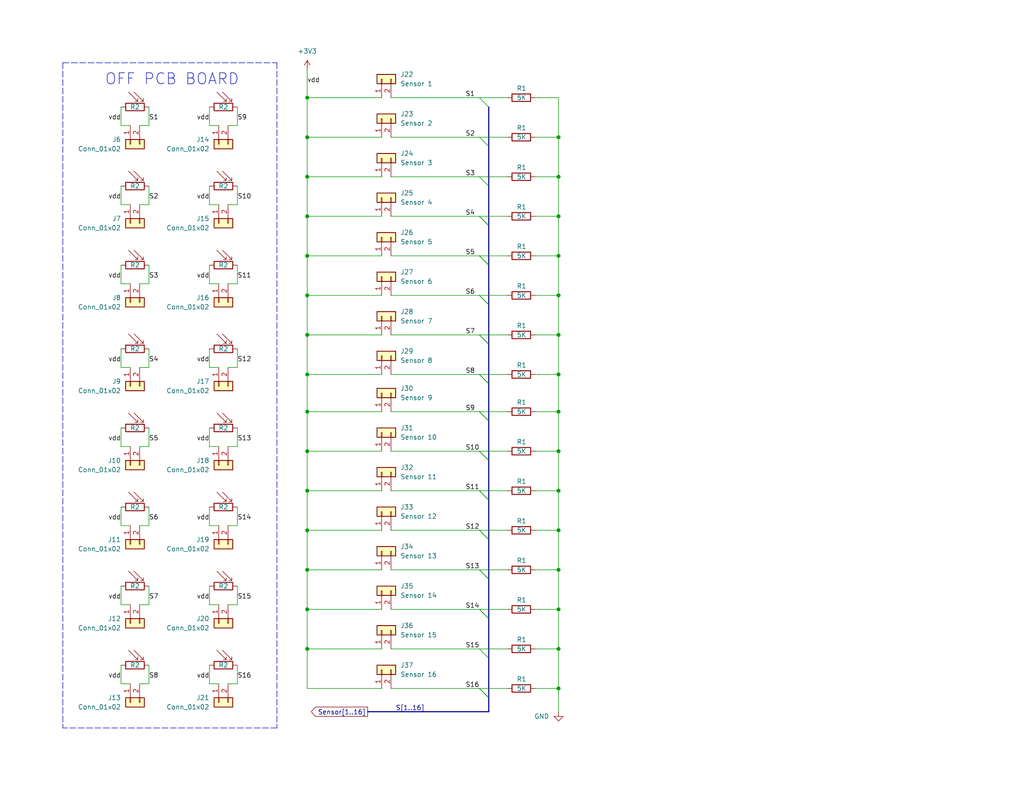
<source format=kicad_sch>
(kicad_sch (version 20230121) (generator eeschema)

  (uuid da2269a9-9c43-4c6c-b9ce-7b8abf9f0ffe)

  (paper "USLetter")

  (title_block
    (title "Light Sensing Device")
    (date "2024-06-06")
    (rev "1.0.0")
    (company "Omar Orozco")
    (comment 1 "California State University, Northridge (CSUN)")
    (comment 2 "ISOC")
  )

  (lib_symbols
    (symbol "Connector_Generic:Conn_01x02" (pin_names (offset 1.016) hide) (in_bom yes) (on_board yes)
      (property "Reference" "J" (at 0 2.54 0)
        (effects (font (size 1.27 1.27)))
      )
      (property "Value" "Conn_01x02" (at 0 -5.08 0)
        (effects (font (size 1.27 1.27)))
      )
      (property "Footprint" "" (at 0 0 0)
        (effects (font (size 1.27 1.27)) hide)
      )
      (property "Datasheet" "~" (at 0 0 0)
        (effects (font (size 1.27 1.27)) hide)
      )
      (property "ki_keywords" "connector" (at 0 0 0)
        (effects (font (size 1.27 1.27)) hide)
      )
      (property "ki_description" "Generic connector, single row, 01x02, script generated (kicad-library-utils/schlib/autogen/connector/)" (at 0 0 0)
        (effects (font (size 1.27 1.27)) hide)
      )
      (property "ki_fp_filters" "Connector*:*_1x??_*" (at 0 0 0)
        (effects (font (size 1.27 1.27)) hide)
      )
      (symbol "Conn_01x02_1_1"
        (rectangle (start -1.27 -2.413) (end 0 -2.667)
          (stroke (width 0.1524) (type default))
          (fill (type none))
        )
        (rectangle (start -1.27 0.127) (end 0 -0.127)
          (stroke (width 0.1524) (type default))
          (fill (type none))
        )
        (rectangle (start -1.27 1.27) (end 1.27 -3.81)
          (stroke (width 0.254) (type default))
          (fill (type background))
        )
        (pin passive line (at -5.08 0 0) (length 3.81)
          (name "Pin_1" (effects (font (size 1.27 1.27))))
          (number "1" (effects (font (size 1.27 1.27))))
        )
        (pin passive line (at -5.08 -2.54 0) (length 3.81)
          (name "Pin_2" (effects (font (size 1.27 1.27))))
          (number "2" (effects (font (size 1.27 1.27))))
        )
      )
    )
    (symbol "Device:R" (pin_numbers hide) (pin_names (offset 0)) (in_bom yes) (on_board yes)
      (property "Reference" "R" (at 2.032 0 90)
        (effects (font (size 1.27 1.27)))
      )
      (property "Value" "R" (at 0 0 90)
        (effects (font (size 1.27 1.27)))
      )
      (property "Footprint" "" (at -1.778 0 90)
        (effects (font (size 1.27 1.27)) hide)
      )
      (property "Datasheet" "~" (at 0 0 0)
        (effects (font (size 1.27 1.27)) hide)
      )
      (property "ki_keywords" "R res resistor" (at 0 0 0)
        (effects (font (size 1.27 1.27)) hide)
      )
      (property "ki_description" "Resistor" (at 0 0 0)
        (effects (font (size 1.27 1.27)) hide)
      )
      (property "ki_fp_filters" "R_*" (at 0 0 0)
        (effects (font (size 1.27 1.27)) hide)
      )
      (symbol "R_0_1"
        (rectangle (start -1.016 -2.54) (end 1.016 2.54)
          (stroke (width 0.254) (type default))
          (fill (type none))
        )
      )
      (symbol "R_1_1"
        (pin passive line (at 0 3.81 270) (length 1.27)
          (name "~" (effects (font (size 1.27 1.27))))
          (number "1" (effects (font (size 1.27 1.27))))
        )
        (pin passive line (at 0 -3.81 90) (length 1.27)
          (name "~" (effects (font (size 1.27 1.27))))
          (number "2" (effects (font (size 1.27 1.27))))
        )
      )
    )
    (symbol "Device:R_Photo" (pin_numbers hide) (pin_names (offset 0)) (in_bom yes) (on_board yes)
      (property "Reference" "R" (at 1.27 1.27 0)
        (effects (font (size 1.27 1.27)) (justify left))
      )
      (property "Value" "R_Photo" (at 1.27 0 0)
        (effects (font (size 1.27 1.27)) (justify left top))
      )
      (property "Footprint" "" (at 1.27 -6.35 90)
        (effects (font (size 1.27 1.27)) (justify left) hide)
      )
      (property "Datasheet" "~" (at 0 -1.27 0)
        (effects (font (size 1.27 1.27)) hide)
      )
      (property "ki_keywords" "resistor variable light sensitive opto LDR" (at 0 0 0)
        (effects (font (size 1.27 1.27)) hide)
      )
      (property "ki_description" "Photoresistor" (at 0 0 0)
        (effects (font (size 1.27 1.27)) hide)
      )
      (property "ki_fp_filters" "*LDR* R?LDR*" (at 0 0 0)
        (effects (font (size 1.27 1.27)) hide)
      )
      (symbol "R_Photo_0_1"
        (rectangle (start -1.016 2.54) (end 1.016 -2.54)
          (stroke (width 0.254) (type default))
          (fill (type none))
        )
        (polyline
          (pts
            (xy -1.524 -2.286)
            (xy -4.064 0.254)
          )
          (stroke (width 0) (type default))
          (fill (type none))
        )
        (polyline
          (pts
            (xy -1.524 -2.286)
            (xy -2.286 -2.286)
          )
          (stroke (width 0) (type default))
          (fill (type none))
        )
        (polyline
          (pts
            (xy -1.524 -2.286)
            (xy -1.524 -1.524)
          )
          (stroke (width 0) (type default))
          (fill (type none))
        )
        (polyline
          (pts
            (xy -1.524 -0.762)
            (xy -4.064 1.778)
          )
          (stroke (width 0) (type default))
          (fill (type none))
        )
        (polyline
          (pts
            (xy -1.524 -0.762)
            (xy -2.286 -0.762)
          )
          (stroke (width 0) (type default))
          (fill (type none))
        )
        (polyline
          (pts
            (xy -1.524 -0.762)
            (xy -1.524 0)
          )
          (stroke (width 0) (type default))
          (fill (type none))
        )
      )
      (symbol "R_Photo_1_1"
        (pin passive line (at 0 3.81 270) (length 1.27)
          (name "~" (effects (font (size 1.27 1.27))))
          (number "1" (effects (font (size 1.27 1.27))))
        )
        (pin passive line (at 0 -3.81 90) (length 1.27)
          (name "~" (effects (font (size 1.27 1.27))))
          (number "2" (effects (font (size 1.27 1.27))))
        )
      )
    )
    (symbol "power:+3V3" (power) (pin_names (offset 0)) (in_bom yes) (on_board yes)
      (property "Reference" "#PWR" (at 0 -3.81 0)
        (effects (font (size 1.27 1.27)) hide)
      )
      (property "Value" "+3V3" (at 0 3.556 0)
        (effects (font (size 1.27 1.27)))
      )
      (property "Footprint" "" (at 0 0 0)
        (effects (font (size 1.27 1.27)) hide)
      )
      (property "Datasheet" "" (at 0 0 0)
        (effects (font (size 1.27 1.27)) hide)
      )
      (property "ki_keywords" "global power" (at 0 0 0)
        (effects (font (size 1.27 1.27)) hide)
      )
      (property "ki_description" "Power symbol creates a global label with name \"+3V3\"" (at 0 0 0)
        (effects (font (size 1.27 1.27)) hide)
      )
      (symbol "+3V3_0_1"
        (polyline
          (pts
            (xy -0.762 1.27)
            (xy 0 2.54)
          )
          (stroke (width 0) (type default))
          (fill (type none))
        )
        (polyline
          (pts
            (xy 0 0)
            (xy 0 2.54)
          )
          (stroke (width 0) (type default))
          (fill (type none))
        )
        (polyline
          (pts
            (xy 0 2.54)
            (xy 0.762 1.27)
          )
          (stroke (width 0) (type default))
          (fill (type none))
        )
      )
      (symbol "+3V3_1_1"
        (pin power_in line (at 0 0 90) (length 0) hide
          (name "+3V3" (effects (font (size 1.27 1.27))))
          (number "1" (effects (font (size 1.27 1.27))))
        )
      )
    )
    (symbol "power:GND" (power) (pin_names (offset 0)) (in_bom yes) (on_board yes)
      (property "Reference" "#PWR" (at 0 -6.35 0)
        (effects (font (size 1.27 1.27)) hide)
      )
      (property "Value" "GND" (at 0 -3.81 0)
        (effects (font (size 1.27 1.27)))
      )
      (property "Footprint" "" (at 0 0 0)
        (effects (font (size 1.27 1.27)) hide)
      )
      (property "Datasheet" "" (at 0 0 0)
        (effects (font (size 1.27 1.27)) hide)
      )
      (property "ki_keywords" "global power" (at 0 0 0)
        (effects (font (size 1.27 1.27)) hide)
      )
      (property "ki_description" "Power symbol creates a global label with name \"GND\" , ground" (at 0 0 0)
        (effects (font (size 1.27 1.27)) hide)
      )
      (symbol "GND_0_1"
        (polyline
          (pts
            (xy 0 0)
            (xy 0 -1.27)
            (xy 1.27 -1.27)
            (xy 0 -2.54)
            (xy -1.27 -1.27)
            (xy 0 -1.27)
          )
          (stroke (width 0) (type default))
          (fill (type none))
        )
      )
      (symbol "GND_1_1"
        (pin power_in line (at 0 0 270) (length 0) hide
          (name "GND" (effects (font (size 1.27 1.27))))
          (number "1" (effects (font (size 1.27 1.27))))
        )
      )
    )
  )

  (junction (at 152.4 123.19) (diameter 0) (color 0 0 0 0)
    (uuid 21b317e3-d28a-47ab-9fbc-bf6cbac8ad0e)
  )
  (junction (at 152.4 91.44) (diameter 0) (color 0 0 0 0)
    (uuid 268a450f-6c03-4739-ba4d-8b818cdf94b1)
  )
  (junction (at 152.4 177.165) (diameter 0) (color 0 0 0 0)
    (uuid 297d2cb6-3222-40e8-9ce4-e542c0d32041)
  )
  (junction (at 83.82 48.26) (diameter 0) (color 0 0 0 0)
    (uuid 3496fb5d-0b29-4267-9e64-3ce1532fda95)
  )
  (junction (at 83.82 177.165) (diameter 0) (color 0 0 0 0)
    (uuid 589f5d7d-246b-4a8a-9322-f33b1e24fe73)
  )
  (junction (at 83.82 112.395) (diameter 0) (color 0 0 0 0)
    (uuid 59e075ca-e235-471c-baf1-17933f8f0b3b)
  )
  (junction (at 152.4 37.465) (diameter 0) (color 0 0 0 0)
    (uuid 6819917f-775d-46af-bd81-392d6ec34752)
  )
  (junction (at 152.4 102.235) (diameter 0) (color 0 0 0 0)
    (uuid 6e3e5a67-a2cc-486c-acca-800df2fe6703)
  )
  (junction (at 83.82 26.67) (diameter 0) (color 0 0 0 0)
    (uuid 791219fc-94e0-46f3-b0b7-c64478950d76)
  )
  (junction (at 83.82 102.235) (diameter 0) (color 0 0 0 0)
    (uuid 793c622a-dddf-4778-a885-f3d37ae64f45)
  )
  (junction (at 83.82 123.19) (diameter 0) (color 0 0 0 0)
    (uuid 7ee02878-1f24-47cd-89a2-f0e367e13ed4)
  )
  (junction (at 83.82 80.645) (diameter 0) (color 0 0 0 0)
    (uuid 8ae9c954-427f-4247-9d47-0f8a81109068)
  )
  (junction (at 83.82 69.85) (diameter 0) (color 0 0 0 0)
    (uuid 93a2c00d-e8a4-4d30-a91b-7d0516c02ec6)
  )
  (junction (at 152.4 133.985) (diameter 0) (color 0 0 0 0)
    (uuid 9bc5df71-7ffc-4a2a-98b2-a2db60e15db1)
  )
  (junction (at 152.4 59.055) (diameter 0) (color 0 0 0 0)
    (uuid 9f59d15b-3dd3-48cc-a7e7-f10e0e7d7fdd)
  )
  (junction (at 152.4 69.85) (diameter 0) (color 0 0 0 0)
    (uuid a2ef3fb4-484f-493f-bae3-11047e603e44)
  )
  (junction (at 83.82 37.465) (diameter 0) (color 0 0 0 0)
    (uuid a496e1ee-35b8-428d-a7b1-f94ba6652273)
  )
  (junction (at 83.82 144.78) (diameter 0) (color 0 0 0 0)
    (uuid c0996ee2-cd0d-43bf-82dd-99cc81df0bcf)
  )
  (junction (at 152.4 187.96) (diameter 0) (color 0 0 0 0)
    (uuid c9d713c3-1c60-4eb8-b42d-6729eb427c59)
  )
  (junction (at 152.4 48.26) (diameter 0) (color 0 0 0 0)
    (uuid d37bd9f5-c49e-4606-9e05-e06344e20c1c)
  )
  (junction (at 83.82 166.37) (diameter 0) (color 0 0 0 0)
    (uuid dd70e7ac-d957-46d3-b063-b9485562c9a5)
  )
  (junction (at 152.4 155.575) (diameter 0) (color 0 0 0 0)
    (uuid e019b770-4af3-4665-8d2f-89617d5e1152)
  )
  (junction (at 152.4 166.37) (diameter 0) (color 0 0 0 0)
    (uuid e3b1a058-a003-4ff8-824d-0b09bdaa7874)
  )
  (junction (at 83.82 59.055) (diameter 0) (color 0 0 0 0)
    (uuid e5e1b924-15fc-415e-9b33-6bf6766f0729)
  )
  (junction (at 83.82 133.985) (diameter 0) (color 0 0 0 0)
    (uuid ea67104a-46b5-4233-89dd-0af5fdd22bb7)
  )
  (junction (at 83.82 155.575) (diameter 0) (color 0 0 0 0)
    (uuid ec5243cf-d29e-4db3-920b-3bc4b408ae3b)
  )
  (junction (at 152.4 144.78) (diameter 0) (color 0 0 0 0)
    (uuid ede075cc-6619-44f4-8a77-3efcd9bb4451)
  )
  (junction (at 152.4 80.645) (diameter 0) (color 0 0 0 0)
    (uuid f21e3970-45f4-459f-8d00-8f3dbf1d37f0)
  )
  (junction (at 83.82 91.44) (diameter 0) (color 0 0 0 0)
    (uuid f68ae36e-0c89-48ec-a24c-c93f299e336a)
  )
  (junction (at 152.4 112.395) (diameter 0) (color 0 0 0 0)
    (uuid fc584eed-5abb-4ec6-82bc-29eaab3bb388)
  )

  (bus_entry (at 133.35 72.39) (size -2.54 -2.54)
    (stroke (width 0) (type default))
    (uuid 0073c9e5-c5b4-4e98-a0e1-d84548c674e2)
  )
  (bus_entry (at 130.81 80.645) (size 2.54 2.54)
    (stroke (width 0) (type default))
    (uuid 01adb585-765d-41d9-828f-edb4c68014fd)
  )
  (bus_entry (at 130.81 48.26) (size 2.54 2.54)
    (stroke (width 0) (type default))
    (uuid 021b7076-98aa-4254-82da-fd184ff9fa9e)
  )
  (bus_entry (at 130.81 37.465) (size 2.54 2.54)
    (stroke (width 0) (type default))
    (uuid 0a0218e1-f21b-46cf-af25-464ced3cd091)
  )
  (bus_entry (at 133.35 136.525) (size -2.54 -2.54)
    (stroke (width 0) (type default))
    (uuid 13444082-8dba-47da-becf-a7fe45a72bc5)
  )
  (bus_entry (at 130.81 187.96) (size 2.54 2.54)
    (stroke (width 0) (type default))
    (uuid 1b60b360-e6e9-4bd8-973b-2ae3cf7626a8)
  )
  (bus_entry (at 133.35 114.935) (size -2.54 -2.54)
    (stroke (width 0) (type default))
    (uuid 205158ef-d413-43e8-b245-f4dac419bf71)
  )
  (bus_entry (at 130.81 112.395) (size 2.54 2.54)
    (stroke (width 0) (type default))
    (uuid 2bf05651-3e2c-4ad0-9fc4-edbeee2f9efd)
  )
  (bus_entry (at 130.81 26.67) (size 2.54 2.54)
    (stroke (width 0) (type default))
    (uuid 3996a21b-3ec0-4f8f-8247-bf3af8769a04)
  )
  (bus_entry (at 133.35 125.73) (size -2.54 -2.54)
    (stroke (width 0) (type default))
    (uuid 3d772738-8954-4fe3-9323-6ff5ee9ad1b2)
  )
  (bus_entry (at 130.81 123.19) (size 2.54 2.54)
    (stroke (width 0) (type default))
    (uuid 40858151-ff66-41d1-9c1a-662c1d2903a6)
  )
  (bus_entry (at 133.35 168.91) (size -2.54 -2.54)
    (stroke (width 0) (type default))
    (uuid 44387db2-9936-4c65-bbcc-e3518db7d65d)
  )
  (bus_entry (at 130.81 166.37) (size 2.54 2.54)
    (stroke (width 0) (type default))
    (uuid 54f77cb1-36d7-4890-ada2-680365c43252)
  )
  (bus_entry (at 130.81 59.055) (size 2.54 2.54)
    (stroke (width 0) (type default))
    (uuid 5e942199-b901-4c3e-9fbe-dc3ea5c35d52)
  )
  (bus_entry (at 130.81 91.44) (size 2.54 2.54)
    (stroke (width 0) (type default))
    (uuid 616e3002-5d8c-4b0b-8f39-682ae1eac556)
  )
  (bus_entry (at 130.81 102.235) (size 2.54 2.54)
    (stroke (width 0) (type default))
    (uuid 679bb8be-76e5-4e30-863e-c7b002759183)
  )
  (bus_entry (at 133.35 147.32) (size -2.54 -2.54)
    (stroke (width 0) (type default))
    (uuid 72077e36-3431-4622-8ce4-9893dce7cb13)
  )
  (bus_entry (at 130.81 133.985) (size 2.54 2.54)
    (stroke (width 0) (type default))
    (uuid 75504626-c465-4417-af6b-8b25d0c05ccc)
  )
  (bus_entry (at 130.81 69.85) (size 2.54 2.54)
    (stroke (width 0) (type default))
    (uuid 9271979f-2550-42ba-87d6-7e16ecde8c89)
  )
  (bus_entry (at 133.35 93.98) (size -2.54 -2.54)
    (stroke (width 0) (type default))
    (uuid a6fbcfbd-d2fe-4aca-8412-76780d2f3c62)
  )
  (bus_entry (at 133.35 61.595) (size -2.54 -2.54)
    (stroke (width 0) (type default))
    (uuid ab44a71c-664e-4e97-9cae-44e0b0b012e1)
  )
  (bus_entry (at 133.35 190.5) (size -2.54 -2.54)
    (stroke (width 0) (type default))
    (uuid add4ed22-473c-4238-9cc0-ebd9a4683399)
  )
  (bus_entry (at 133.35 83.185) (size -2.54 -2.54)
    (stroke (width 0) (type default))
    (uuid b247dd19-d0f3-4170-a7bb-be5dc497d099)
  )
  (bus_entry (at 130.81 155.575) (size 2.54 2.54)
    (stroke (width 0) (type default))
    (uuid be412bf4-6dcd-4ee6-acc3-525e96494327)
  )
  (bus_entry (at 130.81 177.165) (size 2.54 2.54)
    (stroke (width 0) (type default))
    (uuid c5239777-a0dc-46fe-846a-22e008e4b169)
  )
  (bus_entry (at 130.81 144.78) (size 2.54 2.54)
    (stroke (width 0) (type default))
    (uuid cfa37ad9-30d2-419f-8839-a774afd56ec0)
  )
  (bus_entry (at 133.35 104.775) (size -2.54 -2.54)
    (stroke (width 0) (type default))
    (uuid d33d790e-fcd6-43db-8aa3-965511686985)
  )
  (bus_entry (at 133.35 158.115) (size -2.54 -2.54)
    (stroke (width 0) (type default))
    (uuid e3c57907-6a90-435c-a981-b4e76b07f284)
  )

  (bus (pts (xy 133.35 104.775) (xy 133.35 93.98))
    (stroke (width 0) (type default))
    (uuid 01369bab-beba-4db3-9a6d-00427145ba1b)
  )

  (wire (pts (xy 57.15 29.21) (xy 57.15 34.29))
    (stroke (width 0) (type default))
    (uuid 01f8858c-86d5-4a08-9723-66af9c71633c)
  )
  (wire (pts (xy 138.43 133.985) (xy 130.81 133.985))
    (stroke (width 0) (type default))
    (uuid 0257ec2a-dcb1-4164-afac-18d316c17f7d)
  )
  (bus (pts (xy 133.35 50.8) (xy 133.35 61.595))
    (stroke (width 0) (type default))
    (uuid 02fe4d25-aa04-4816-86bf-572c07fa8057)
  )

  (wire (pts (xy 83.82 80.645) (xy 104.14 80.645))
    (stroke (width 0) (type default))
    (uuid 04ee1b2c-52fe-4cf3-bc48-b8abc4f8eccc)
  )
  (wire (pts (xy 40.64 77.47) (xy 38.1 77.47))
    (stroke (width 0) (type default))
    (uuid 074ab7b2-70b1-42b0-b478-8eb49ef13fd3)
  )
  (bus (pts (xy 133.35 72.39) (xy 133.35 83.185))
    (stroke (width 0) (type default))
    (uuid 07c1ef7a-8366-40a2-a430-52ba9218d4e0)
  )

  (wire (pts (xy 33.02 138.43) (xy 33.02 143.51))
    (stroke (width 0) (type default))
    (uuid 08c69b68-c040-4d27-8aaf-7a375b01a761)
  )
  (wire (pts (xy 40.64 165.1) (xy 38.1 165.1))
    (stroke (width 0) (type default))
    (uuid 09003826-79e7-4d99-9f32-51ef31ff35e6)
  )
  (bus (pts (xy 133.35 61.595) (xy 133.35 72.39))
    (stroke (width 0) (type default))
    (uuid 094d9451-dbb4-489e-bde6-3172fb58c39d)
  )

  (wire (pts (xy 83.82 91.44) (xy 104.14 91.44))
    (stroke (width 0) (type default))
    (uuid 09b0abbe-27a9-45c0-a829-6be173e5edc0)
  )
  (wire (pts (xy 64.77 121.92) (xy 62.23 121.92))
    (stroke (width 0) (type default))
    (uuid 0ac98faf-d259-4bea-af1b-aa212ec2c65f)
  )
  (wire (pts (xy 83.82 166.37) (xy 83.82 177.165))
    (stroke (width 0) (type default))
    (uuid 0bc277a8-abe5-439d-8b0c-257c88c02b46)
  )
  (wire (pts (xy 83.82 26.67) (xy 83.82 37.465))
    (stroke (width 0) (type default))
    (uuid 0d59c90d-a730-437d-903d-e4214b414653)
  )
  (polyline (pts (xy 75.565 17.145) (xy 75.565 198.755))
    (stroke (width 0) (type dash))
    (uuid 0f24173d-c9c5-4290-97e8-f28ffc7386de)
  )

  (wire (pts (xy 57.15 55.88) (xy 59.69 55.88))
    (stroke (width 0) (type default))
    (uuid 0ff7193a-8ba3-4f16-b5c3-9161b4d1d297)
  )
  (wire (pts (xy 152.4 91.44) (xy 152.4 102.235))
    (stroke (width 0) (type default))
    (uuid 10eba52e-a553-4554-9020-25f5c73babb4)
  )
  (bus (pts (xy 133.35 168.91) (xy 133.35 158.115))
    (stroke (width 0) (type default))
    (uuid 11ed6f55-e40d-4385-9c91-786434c9d22e)
  )

  (wire (pts (xy 64.77 165.1) (xy 62.23 165.1))
    (stroke (width 0) (type default))
    (uuid 13df40cd-1e7d-44b4-824f-af6efc387190)
  )
  (wire (pts (xy 83.82 155.575) (xy 83.82 166.37))
    (stroke (width 0) (type default))
    (uuid 14523462-7695-4cd7-b19d-458759d08eb0)
  )
  (wire (pts (xy 83.82 59.055) (xy 104.14 59.055))
    (stroke (width 0) (type default))
    (uuid 148e0b92-b045-4507-9f5e-1191178a4278)
  )
  (wire (pts (xy 83.82 59.055) (xy 83.82 69.85))
    (stroke (width 0) (type default))
    (uuid 19fa3226-9cfa-45fc-b58e-79463ea2b085)
  )
  (bus (pts (xy 133.35 93.98) (xy 133.35 83.185))
    (stroke (width 0) (type default))
    (uuid 1a3835a9-3d82-4bde-a5f7-77d50a9bc3db)
  )

  (wire (pts (xy 40.64 95.25) (xy 40.64 100.33))
    (stroke (width 0) (type default))
    (uuid 1baba1a5-4139-4905-aa01-b4dee945941e)
  )
  (wire (pts (xy 83.82 166.37) (xy 104.14 166.37))
    (stroke (width 0) (type default))
    (uuid 1bad56e0-ad94-4a1b-a144-f1b821090da8)
  )
  (wire (pts (xy 138.43 123.19) (xy 130.81 123.19))
    (stroke (width 0) (type default))
    (uuid 1c581596-9011-424b-8488-c80eb1e51f1a)
  )
  (polyline (pts (xy 75.565 198.755) (xy 17.145 198.755))
    (stroke (width 0) (type dash))
    (uuid 1daf077c-4bb6-49a3-8f30-cde826e076a6)
  )

  (wire (pts (xy 106.68 91.44) (xy 130.81 91.44))
    (stroke (width 0) (type default))
    (uuid 2033bf12-1e3f-4691-8cde-9f9941e940a6)
  )
  (wire (pts (xy 106.68 123.19) (xy 130.81 123.19))
    (stroke (width 0) (type default))
    (uuid 234a1354-c127-4771-a72a-97e9972f479c)
  )
  (wire (pts (xy 83.82 80.645) (xy 83.82 91.44))
    (stroke (width 0) (type default))
    (uuid 23b62d18-3515-4420-ba9a-d9865fd6a10b)
  )
  (wire (pts (xy 152.4 166.37) (xy 152.4 177.165))
    (stroke (width 0) (type default))
    (uuid 23c8b634-4fcf-4928-bd73-e21bb546688a)
  )
  (wire (pts (xy 152.4 69.85) (xy 152.4 80.645))
    (stroke (width 0) (type default))
    (uuid 24263443-7970-468c-a628-ea876d42bff5)
  )
  (wire (pts (xy 152.4 37.465) (xy 152.4 48.26))
    (stroke (width 0) (type default))
    (uuid 2450c58d-2e48-47e5-8acb-6a0db8982f80)
  )
  (wire (pts (xy 40.64 116.84) (xy 40.64 121.92))
    (stroke (width 0) (type default))
    (uuid 25a5b195-070b-468f-b78c-df7f9f535c92)
  )
  (wire (pts (xy 146.05 102.235) (xy 152.4 102.235))
    (stroke (width 0) (type default))
    (uuid 25da7041-d06e-46a9-9a83-7acaff89ecfa)
  )
  (wire (pts (xy 40.64 121.92) (xy 38.1 121.92))
    (stroke (width 0) (type default))
    (uuid 297f999f-56d8-46a2-b59b-c17821ea7657)
  )
  (bus (pts (xy 133.35 179.705) (xy 133.35 190.5))
    (stroke (width 0) (type default))
    (uuid 2a602dc7-b73e-4ce9-bed9-74fd462d5c7e)
  )

  (wire (pts (xy 64.77 34.29) (xy 62.23 34.29))
    (stroke (width 0) (type default))
    (uuid 2a8e20ff-266b-4700-aaaf-a78f00ac1db5)
  )
  (wire (pts (xy 57.15 121.92) (xy 59.69 121.92))
    (stroke (width 0) (type default))
    (uuid 2ab0b8a0-1026-4791-934b-63ca3840b8bb)
  )
  (wire (pts (xy 33.02 95.25) (xy 33.02 100.33))
    (stroke (width 0) (type default))
    (uuid 2d6c082f-08a5-479d-986e-7d83820ca373)
  )
  (wire (pts (xy 64.77 143.51) (xy 62.23 143.51))
    (stroke (width 0) (type default))
    (uuid 31a16f91-a849-4443-9a35-7c4e890d5ae4)
  )
  (bus (pts (xy 133.35 114.935) (xy 133.35 104.775))
    (stroke (width 0) (type default))
    (uuid 31de2059-2a97-4529-a2d4-7de8d86b0754)
  )

  (wire (pts (xy 33.02 165.1) (xy 35.56 165.1))
    (stroke (width 0) (type default))
    (uuid 32b69ffe-596c-437f-99c8-f2bafd08e64d)
  )
  (wire (pts (xy 57.15 50.8) (xy 57.15 55.88))
    (stroke (width 0) (type default))
    (uuid 33e08c2c-ab37-4b90-808b-869899270441)
  )
  (wire (pts (xy 33.02 186.69) (xy 35.56 186.69))
    (stroke (width 0) (type default))
    (uuid 371eaf77-96a3-4ade-97ba-f7516b5715d4)
  )
  (wire (pts (xy 33.02 160.02) (xy 33.02 165.1))
    (stroke (width 0) (type default))
    (uuid 3abcdab9-496c-4fd3-b35f-83d446e3b136)
  )
  (wire (pts (xy 152.4 144.78) (xy 152.4 155.575))
    (stroke (width 0) (type default))
    (uuid 3b57e10c-deb4-460a-b303-ae9c3cdf121d)
  )
  (wire (pts (xy 106.68 177.165) (xy 130.81 177.165))
    (stroke (width 0) (type default))
    (uuid 3f6922a3-c43e-4680-919f-631533498b86)
  )
  (wire (pts (xy 83.82 123.19) (xy 104.14 123.19))
    (stroke (width 0) (type default))
    (uuid 40e11a6b-1afc-45b7-8e51-3bd44e7fac9c)
  )
  (wire (pts (xy 57.15 160.02) (xy 57.15 165.1))
    (stroke (width 0) (type default))
    (uuid 434b44c2-6dd1-4a1d-8a13-c5669043a754)
  )
  (wire (pts (xy 138.43 155.575) (xy 130.81 155.575))
    (stroke (width 0) (type default))
    (uuid 4365c608-5bc6-438b-90d0-b7bb6367ac45)
  )
  (wire (pts (xy 83.82 26.67) (xy 104.14 26.67))
    (stroke (width 0) (type default))
    (uuid 4453ea9b-c9a1-4ee3-96b1-11aa2c9f78ac)
  )
  (wire (pts (xy 138.43 166.37) (xy 130.81 166.37))
    (stroke (width 0) (type default))
    (uuid 45e49d13-42e9-440d-a589-531dcf7932aa)
  )
  (wire (pts (xy 83.82 155.575) (xy 104.14 155.575))
    (stroke (width 0) (type default))
    (uuid 47497642-d054-42bd-b59c-a77e4d829d96)
  )
  (wire (pts (xy 40.64 181.61) (xy 40.64 186.69))
    (stroke (width 0) (type default))
    (uuid 49088bb3-aa96-45fa-97f1-8accc3d0300d)
  )
  (wire (pts (xy 83.82 112.395) (xy 104.14 112.395))
    (stroke (width 0) (type default))
    (uuid 494df59f-2539-40c7-a244-7898b38bf82f)
  )
  (wire (pts (xy 64.77 181.61) (xy 64.77 186.69))
    (stroke (width 0) (type default))
    (uuid 4b241ac4-9ec7-4478-b2e3-5e7127372cc6)
  )
  (wire (pts (xy 33.02 50.8) (xy 33.02 55.88))
    (stroke (width 0) (type default))
    (uuid 4b5844b8-a529-4d79-a45b-366a3a4aa474)
  )
  (wire (pts (xy 57.15 77.47) (xy 59.69 77.47))
    (stroke (width 0) (type default))
    (uuid 4bd2f623-1902-4c86-93ec-f53f80737917)
  )
  (wire (pts (xy 83.82 19.05) (xy 83.82 26.67))
    (stroke (width 0) (type default))
    (uuid 4c19b936-e0f2-472f-83f1-000111445b4d)
  )
  (wire (pts (xy 64.77 138.43) (xy 64.77 143.51))
    (stroke (width 0) (type default))
    (uuid 4d7a6ae7-fef8-435b-861c-6404e3eb345a)
  )
  (bus (pts (xy 133.35 125.73) (xy 133.35 114.935))
    (stroke (width 0) (type default))
    (uuid 4de14603-fbbc-4d65-9741-6a1f42400f03)
  )

  (wire (pts (xy 83.82 144.78) (xy 83.82 155.575))
    (stroke (width 0) (type default))
    (uuid 4ed36129-aebe-42d6-b6c2-799c37349748)
  )
  (wire (pts (xy 57.15 100.33) (xy 59.69 100.33))
    (stroke (width 0) (type default))
    (uuid 4fc59333-e122-49dd-8fca-15b0d4757fe8)
  )
  (wire (pts (xy 138.43 26.67) (xy 130.81 26.67))
    (stroke (width 0) (type default))
    (uuid 51bfb795-4ac9-44ff-9c11-cd42fbc8dd01)
  )
  (wire (pts (xy 33.02 72.39) (xy 33.02 77.47))
    (stroke (width 0) (type default))
    (uuid 51c238e7-09d6-4e25-a570-9b915300a8e6)
  )
  (bus (pts (xy 133.35 194.31) (xy 133.35 190.5))
    (stroke (width 0) (type default))
    (uuid 56ab5779-496b-496a-85e4-9def21fc35b2)
  )

  (wire (pts (xy 33.02 181.61) (xy 33.02 186.69))
    (stroke (width 0) (type default))
    (uuid 57af4e20-6363-4092-9910-c6eca1e3e534)
  )
  (wire (pts (xy 64.77 95.25) (xy 64.77 100.33))
    (stroke (width 0) (type default))
    (uuid 59bb39f9-3d2a-4088-9f9a-3ec63264fd9e)
  )
  (wire (pts (xy 57.15 138.43) (xy 57.15 143.51))
    (stroke (width 0) (type default))
    (uuid 5a9f43f6-dcf1-4f7e-ba95-c52cb30ebfb1)
  )
  (polyline (pts (xy 17.145 17.145) (xy 75.565 17.145))
    (stroke (width 0) (type dash))
    (uuid 5b8cb5a3-f372-4b33-909d-3cef1b2f0087)
  )

  (wire (pts (xy 138.43 80.645) (xy 130.81 80.645))
    (stroke (width 0) (type default))
    (uuid 5e8455f2-5e44-4632-a0ad-d8865e4dbe88)
  )
  (wire (pts (xy 83.82 91.44) (xy 83.82 102.235))
    (stroke (width 0) (type default))
    (uuid 62f554d3-ff0a-49bb-b799-dfe6ec57286b)
  )
  (wire (pts (xy 130.81 37.465) (xy 138.43 37.465))
    (stroke (width 0) (type default))
    (uuid 669a821e-5da3-4866-950f-cfc4f46c7766)
  )
  (wire (pts (xy 152.4 155.575) (xy 152.4 166.37))
    (stroke (width 0) (type default))
    (uuid 674b2840-dcaf-4902-aedd-cef1130ebf92)
  )
  (wire (pts (xy 40.64 160.02) (xy 40.64 165.1))
    (stroke (width 0) (type default))
    (uuid 6786aeba-ca03-40d1-8f02-780eb865dda5)
  )
  (wire (pts (xy 33.02 55.88) (xy 35.56 55.88))
    (stroke (width 0) (type default))
    (uuid 6a9949af-838f-4141-8966-253af1b61732)
  )
  (wire (pts (xy 40.64 72.39) (xy 40.64 77.47))
    (stroke (width 0) (type default))
    (uuid 6a9f83d5-b0e7-462c-af36-7e63eb91c43d)
  )
  (wire (pts (xy 40.64 186.69) (xy 38.1 186.69))
    (stroke (width 0) (type default))
    (uuid 6b9660e9-749b-4dbe-a238-48ef34d973ca)
  )
  (wire (pts (xy 138.43 102.235) (xy 130.81 102.235))
    (stroke (width 0) (type default))
    (uuid 6faf3943-ceb6-4306-9a72-1d885d9eaff1)
  )
  (bus (pts (xy 133.35 168.91) (xy 133.35 179.705))
    (stroke (width 0) (type default))
    (uuid 70f7d4e6-23ba-4717-8169-7ddadf917419)
  )

  (wire (pts (xy 106.68 102.235) (xy 130.81 102.235))
    (stroke (width 0) (type default))
    (uuid 73d9be39-5612-4563-b402-dd6052317fb2)
  )
  (wire (pts (xy 83.82 187.96) (xy 104.14 187.96))
    (stroke (width 0) (type default))
    (uuid 741bbad3-af7b-4fc4-9d4f-f39b1a6372ff)
  )
  (wire (pts (xy 33.02 116.84) (xy 33.02 121.92))
    (stroke (width 0) (type default))
    (uuid 763324fb-8f45-41b1-abf6-749f5783f61b)
  )
  (wire (pts (xy 138.43 144.78) (xy 130.81 144.78))
    (stroke (width 0) (type default))
    (uuid 77753e48-16ce-4372-8de8-af13c253a5c4)
  )
  (wire (pts (xy 83.82 48.26) (xy 83.82 59.055))
    (stroke (width 0) (type default))
    (uuid 77bede1f-0b7a-498d-90e2-3a9d0716693f)
  )
  (wire (pts (xy 83.82 144.78) (xy 104.14 144.78))
    (stroke (width 0) (type default))
    (uuid 77e2622e-debb-4f52-accf-39406e289294)
  )
  (wire (pts (xy 138.43 112.395) (xy 130.81 112.395))
    (stroke (width 0) (type default))
    (uuid 7869f2a6-0939-4298-8978-bac4704c0e82)
  )
  (wire (pts (xy 57.15 181.61) (xy 57.15 186.69))
    (stroke (width 0) (type default))
    (uuid 788c8196-6255-45df-beec-8ee41957cc8f)
  )
  (wire (pts (xy 64.77 55.88) (xy 62.23 55.88))
    (stroke (width 0) (type default))
    (uuid 78ae2a05-26e7-47b3-a6f1-e441f358d47a)
  )
  (wire (pts (xy 83.82 102.235) (xy 83.82 112.395))
    (stroke (width 0) (type default))
    (uuid 78e98d1a-1e02-484b-ab32-59434e945591)
  )
  (wire (pts (xy 40.64 143.51) (xy 38.1 143.51))
    (stroke (width 0) (type default))
    (uuid 79b4ceeb-d919-489a-a346-5bd32af0ccea)
  )
  (wire (pts (xy 106.68 48.26) (xy 130.81 48.26))
    (stroke (width 0) (type default))
    (uuid 7c97cd19-330d-48ff-a0b1-ae5e9c090efb)
  )
  (wire (pts (xy 152.4 133.985) (xy 152.4 144.78))
    (stroke (width 0) (type default))
    (uuid 7dd0de5d-7b14-4c28-9ea6-7b5560e425de)
  )
  (wire (pts (xy 146.05 112.395) (xy 152.4 112.395))
    (stroke (width 0) (type default))
    (uuid 7f834434-821f-4b84-a4a9-d94f7dde1d5d)
  )
  (wire (pts (xy 146.05 91.44) (xy 152.4 91.44))
    (stroke (width 0) (type default))
    (uuid 804742f4-78ed-4a2c-b1cb-2d38079a3718)
  )
  (wire (pts (xy 40.64 50.8) (xy 40.64 55.88))
    (stroke (width 0) (type default))
    (uuid 8228b754-f2df-4e07-a33d-ca931dcf9c80)
  )
  (wire (pts (xy 64.77 29.21) (xy 64.77 34.29))
    (stroke (width 0) (type default))
    (uuid 837cbe47-84ce-4ab7-bfcc-f764806e1651)
  )
  (wire (pts (xy 130.81 69.85) (xy 138.43 69.85))
    (stroke (width 0) (type default))
    (uuid 83cc0921-742e-4480-8a2f-89a6f4aa7ff9)
  )
  (wire (pts (xy 57.15 143.51) (xy 59.69 143.51))
    (stroke (width 0) (type default))
    (uuid 83e3c78d-08ff-416a-825f-e580d1d5ee07)
  )
  (wire (pts (xy 106.68 166.37) (xy 130.81 166.37))
    (stroke (width 0) (type default))
    (uuid 843da343-7e82-43d9-827e-feefe630265b)
  )
  (wire (pts (xy 146.05 48.26) (xy 152.4 48.26))
    (stroke (width 0) (type default))
    (uuid 8473da5d-7614-47f7-b1d4-56f7d94fe4cd)
  )
  (wire (pts (xy 106.68 59.055) (xy 130.81 59.055))
    (stroke (width 0) (type default))
    (uuid 84963dd1-c4d7-4a77-8cda-765d86811aab)
  )
  (wire (pts (xy 106.68 187.96) (xy 130.81 187.96))
    (stroke (width 0) (type default))
    (uuid 856c63fa-aded-4746-a18b-be82573532cd)
  )
  (wire (pts (xy 146.05 133.985) (xy 152.4 133.985))
    (stroke (width 0) (type default))
    (uuid 8636fce0-2a5f-4530-8f96-3a21b1b1527e)
  )
  (wire (pts (xy 106.68 133.985) (xy 130.81 133.985))
    (stroke (width 0) (type default))
    (uuid 8b20055e-1ce3-4ba0-8a7d-980397681d51)
  )
  (wire (pts (xy 83.82 37.465) (xy 104.14 37.465))
    (stroke (width 0) (type default))
    (uuid 8b71d865-ef06-4420-999c-d9af94747b3a)
  )
  (wire (pts (xy 83.82 123.19) (xy 83.82 133.985))
    (stroke (width 0) (type default))
    (uuid 8dc9c54f-77f5-41ae-afbe-c5b804fd0f86)
  )
  (wire (pts (xy 152.4 177.165) (xy 152.4 187.96))
    (stroke (width 0) (type default))
    (uuid 8e327c90-752a-4bf5-92f7-d286a31d3980)
  )
  (wire (pts (xy 106.68 69.85) (xy 130.81 69.85))
    (stroke (width 0) (type default))
    (uuid 8f95bffd-27b6-4640-aaf9-6e3915cd3149)
  )
  (wire (pts (xy 106.68 80.645) (xy 130.81 80.645))
    (stroke (width 0) (type default))
    (uuid 90f30bd0-8c7a-404c-b2f1-ab40cfd57ee8)
  )
  (wire (pts (xy 64.77 100.33) (xy 62.23 100.33))
    (stroke (width 0) (type default))
    (uuid 93051eef-8847-4ca8-a5d6-f79741d15c0c)
  )
  (wire (pts (xy 83.82 177.165) (xy 83.82 187.96))
    (stroke (width 0) (type default))
    (uuid 9377d0b8-3ad9-4268-9dc4-08cff765bd2e)
  )
  (wire (pts (xy 106.68 144.78) (xy 130.81 144.78))
    (stroke (width 0) (type default))
    (uuid 942fd608-63ed-4730-bb70-f488a856475e)
  )
  (wire (pts (xy 106.68 37.465) (xy 130.81 37.465))
    (stroke (width 0) (type default))
    (uuid 948183f5-4540-494c-951d-91ebbaa6b4fb)
  )
  (wire (pts (xy 57.15 165.1) (xy 59.69 165.1))
    (stroke (width 0) (type default))
    (uuid 948945fa-f461-4936-9f13-085f591ad28a)
  )
  (bus (pts (xy 133.35 136.525) (xy 133.35 125.73))
    (stroke (width 0) (type default))
    (uuid 9496ffad-640f-4f07-b6f7-6114e4f7c991)
  )

  (wire (pts (xy 83.82 133.985) (xy 83.82 144.78))
    (stroke (width 0) (type default))
    (uuid 94f63fbd-38b0-45ef-9a19-97e20e6265c6)
  )
  (wire (pts (xy 40.64 138.43) (xy 40.64 143.51))
    (stroke (width 0) (type default))
    (uuid 95076dc0-e9f9-4897-b061-37ad32b57627)
  )
  (wire (pts (xy 146.05 59.055) (xy 152.4 59.055))
    (stroke (width 0) (type default))
    (uuid 97241d9f-7745-4aed-903c-133005cfccbc)
  )
  (wire (pts (xy 33.02 34.29) (xy 35.56 34.29))
    (stroke (width 0) (type default))
    (uuid 9ac08f70-1706-47b9-bc4f-6d554d1883c2)
  )
  (wire (pts (xy 33.02 143.51) (xy 35.56 143.51))
    (stroke (width 0) (type default))
    (uuid 9ba6bca6-21b0-493d-b6e1-0ab63e91bc60)
  )
  (wire (pts (xy 106.68 112.395) (xy 130.81 112.395))
    (stroke (width 0) (type default))
    (uuid 9cf0faed-3985-4e40-af31-812352bb213e)
  )
  (wire (pts (xy 64.77 116.84) (xy 64.77 121.92))
    (stroke (width 0) (type default))
    (uuid a069a0df-58bb-4fb0-9577-c90f71174662)
  )
  (wire (pts (xy 64.77 160.02) (xy 64.77 165.1))
    (stroke (width 0) (type default))
    (uuid a14c5908-0710-4b6f-b999-11ecbde86b4a)
  )
  (wire (pts (xy 40.64 100.33) (xy 38.1 100.33))
    (stroke (width 0) (type default))
    (uuid a3749e98-a1a7-4fb0-bfc5-f959171f09d7)
  )
  (wire (pts (xy 152.4 123.19) (xy 152.4 133.985))
    (stroke (width 0) (type default))
    (uuid a5802bd4-257c-42f7-a65e-59f11e681583)
  )
  (wire (pts (xy 83.82 69.85) (xy 83.82 80.645))
    (stroke (width 0) (type default))
    (uuid a67d8a07-8c93-469d-994e-9a96c7481733)
  )
  (wire (pts (xy 57.15 95.25) (xy 57.15 100.33))
    (stroke (width 0) (type default))
    (uuid a8cdbc9d-595f-4f5c-acf0-2c9d28a90cd6)
  )
  (wire (pts (xy 64.77 77.47) (xy 62.23 77.47))
    (stroke (width 0) (type default))
    (uuid a9509828-ad2d-455c-9b20-8a3743026c79)
  )
  (wire (pts (xy 146.05 144.78) (xy 152.4 144.78))
    (stroke (width 0) (type default))
    (uuid ad1542b5-835e-41bc-855a-b8d13f1881b5)
  )
  (bus (pts (xy 133.35 158.115) (xy 133.35 147.32))
    (stroke (width 0) (type default))
    (uuid ad4aa789-ec8a-41c6-aba1-fc7975f19cd5)
  )

  (wire (pts (xy 106.68 155.575) (xy 130.81 155.575))
    (stroke (width 0) (type default))
    (uuid ad592cb8-bc01-45f2-9caa-d88590962de7)
  )
  (wire (pts (xy 83.82 48.26) (xy 104.14 48.26))
    (stroke (width 0) (type default))
    (uuid b3ba44f7-8bd4-4d47-b411-089b613493a3)
  )
  (wire (pts (xy 40.64 34.29) (xy 38.1 34.29))
    (stroke (width 0) (type default))
    (uuid b4fa20e4-af9b-452e-94ca-943879651161)
  )
  (wire (pts (xy 130.81 177.165) (xy 138.43 177.165))
    (stroke (width 0) (type default))
    (uuid b5d5babf-4b68-4529-a324-a6f4b4eb9df5)
  )
  (bus (pts (xy 133.35 147.32) (xy 133.35 136.525))
    (stroke (width 0) (type default))
    (uuid b610dcfb-7836-4a8e-9e78-c17a1733406f)
  )

  (wire (pts (xy 64.77 186.69) (xy 62.23 186.69))
    (stroke (width 0) (type default))
    (uuid b6149503-b73f-4278-b6eb-361e33113def)
  )
  (polyline (pts (xy 17.145 17.145) (xy 17.145 198.755))
    (stroke (width 0) (type dash))
    (uuid b6821aa0-2938-4e8f-a73c-49b231e495b3)
  )

  (wire (pts (xy 146.05 80.645) (xy 152.4 80.645))
    (stroke (width 0) (type default))
    (uuid b6998968-1184-44d2-9bd5-4d15cd9c71bd)
  )
  (wire (pts (xy 33.02 100.33) (xy 35.56 100.33))
    (stroke (width 0) (type default))
    (uuid b6e8d5cb-d921-4a03-835f-499394374b46)
  )
  (wire (pts (xy 57.15 186.69) (xy 59.69 186.69))
    (stroke (width 0) (type default))
    (uuid b8fdd369-4601-43da-b41a-2ef685ca6624)
  )
  (wire (pts (xy 152.4 102.235) (xy 152.4 112.395))
    (stroke (width 0) (type default))
    (uuid b9e56009-1997-45bb-b303-e1d034862300)
  )
  (wire (pts (xy 146.05 187.96) (xy 152.4 187.96))
    (stroke (width 0) (type default))
    (uuid bb2a8d55-9e27-462c-a8c6-ab68f51f8a7e)
  )
  (wire (pts (xy 152.4 112.395) (xy 152.4 123.19))
    (stroke (width 0) (type default))
    (uuid bd6f0b32-593e-4f02-9625-864896d89be0)
  )
  (wire (pts (xy 83.82 37.465) (xy 83.82 48.26))
    (stroke (width 0) (type default))
    (uuid be18ac12-25d1-4318-a549-ce851fc14182)
  )
  (wire (pts (xy 152.4 194.31) (xy 152.4 187.96))
    (stroke (width 0) (type default))
    (uuid be42a64a-0465-41d4-b82d-ec2511a1c541)
  )
  (wire (pts (xy 83.82 69.85) (xy 104.14 69.85))
    (stroke (width 0) (type default))
    (uuid bee32697-d572-45dd-b41d-a9dd25038eaf)
  )
  (wire (pts (xy 33.02 29.21) (xy 33.02 34.29))
    (stroke (width 0) (type default))
    (uuid c11930cf-f99b-49e5-a34a-bf6d4f72513e)
  )
  (wire (pts (xy 57.15 116.84) (xy 57.15 121.92))
    (stroke (width 0) (type default))
    (uuid c2187c65-ace0-41b9-aa7b-d50fbc6551ff)
  )
  (wire (pts (xy 152.4 48.26) (xy 152.4 59.055))
    (stroke (width 0) (type default))
    (uuid c385fa7d-e2cc-4dea-97ea-ecc36fcfbc45)
  )
  (wire (pts (xy 33.02 77.47) (xy 35.56 77.47))
    (stroke (width 0) (type default))
    (uuid cc1473bc-31ad-47c4-9d2a-1ae8dc7a36b4)
  )
  (wire (pts (xy 130.81 59.055) (xy 138.43 59.055))
    (stroke (width 0) (type default))
    (uuid cce47643-23b7-4995-87a1-fc41cbc3fc38)
  )
  (wire (pts (xy 152.4 26.67) (xy 152.4 37.465))
    (stroke (width 0) (type default))
    (uuid cf43d5b4-1e43-48f9-bf64-3e5f5159ff1b)
  )
  (wire (pts (xy 57.15 34.29) (xy 59.69 34.29))
    (stroke (width 0) (type default))
    (uuid cf63f581-8c3c-43df-931d-e2f5a30d63cb)
  )
  (wire (pts (xy 64.77 72.39) (xy 64.77 77.47))
    (stroke (width 0) (type default))
    (uuid d0cd38be-571a-472d-b46b-39d48d99ac35)
  )
  (wire (pts (xy 40.64 29.21) (xy 40.64 34.29))
    (stroke (width 0) (type default))
    (uuid d0f18e12-e052-4c51-ab8c-3791b24d51dd)
  )
  (wire (pts (xy 83.82 177.165) (xy 104.14 177.165))
    (stroke (width 0) (type default))
    (uuid d4b2f21d-d9ef-462b-be18-dfe6b1977eb9)
  )
  (wire (pts (xy 130.81 48.26) (xy 138.43 48.26))
    (stroke (width 0) (type default))
    (uuid d528b51d-a554-4f17-90ab-b030e69e16c6)
  )
  (wire (pts (xy 57.15 72.39) (xy 57.15 77.47))
    (stroke (width 0) (type default))
    (uuid d68dac1f-7fe5-4cb5-b920-aaea31535850)
  )
  (wire (pts (xy 83.82 133.985) (xy 104.14 133.985))
    (stroke (width 0) (type default))
    (uuid d6eaf9a0-b875-4ea5-b40e-fe564663a486)
  )
  (wire (pts (xy 146.05 37.465) (xy 152.4 37.465))
    (stroke (width 0) (type default))
    (uuid d798079b-ecac-4624-8b6c-e9c874c95ecc)
  )
  (wire (pts (xy 83.82 112.395) (xy 83.82 123.19))
    (stroke (width 0) (type default))
    (uuid d7cb56c2-bc7a-4a7c-9bf6-5ea9d9838e78)
  )
  (bus (pts (xy 133.35 40.005) (xy 133.35 50.8))
    (stroke (width 0) (type default))
    (uuid dce8c0dc-f07d-4d55-9fdc-2970f39d31f1)
  )

  (wire (pts (xy 106.68 26.67) (xy 130.81 26.67))
    (stroke (width 0) (type default))
    (uuid dec82a97-1254-48a2-a138-379e81420d4f)
  )
  (wire (pts (xy 152.4 80.645) (xy 152.4 91.44))
    (stroke (width 0) (type default))
    (uuid e0006e5d-93aa-45a2-84a7-d47e151fb016)
  )
  (wire (pts (xy 146.05 26.67) (xy 152.4 26.67))
    (stroke (width 0) (type default))
    (uuid e145d198-2dd6-4d96-81b8-c1841eed47bd)
  )
  (wire (pts (xy 33.02 121.92) (xy 35.56 121.92))
    (stroke (width 0) (type default))
    (uuid e14d27cc-bb55-4d43-ad74-787f119ce2a7)
  )
  (bus (pts (xy 133.35 29.21) (xy 133.35 40.005))
    (stroke (width 0) (type default))
    (uuid e30c816e-cc38-4e26-8a71-3ae3d6fe9899)
  )
  (bus (pts (xy 100.33 194.31) (xy 133.35 194.31))
    (stroke (width 0) (type default))
    (uuid e3b8cc6e-41a3-468b-8b0b-d73da5025d3c)
  )

  (wire (pts (xy 64.77 50.8) (xy 64.77 55.88))
    (stroke (width 0) (type default))
    (uuid e4d2bca8-d9d6-454d-9dd6-45f320cd17d6)
  )
  (wire (pts (xy 146.05 166.37) (xy 152.4 166.37))
    (stroke (width 0) (type default))
    (uuid e4d92722-65cb-4202-95bd-b2fd555b3510)
  )
  (wire (pts (xy 138.43 187.96) (xy 130.81 187.96))
    (stroke (width 0) (type default))
    (uuid e8e3701d-63c4-453b-ab99-7ef84e5cdbc9)
  )
  (wire (pts (xy 146.05 69.85) (xy 152.4 69.85))
    (stroke (width 0) (type default))
    (uuid ed7c853f-86f7-44a8-85b2-921a5b2ae531)
  )
  (wire (pts (xy 152.4 59.055) (xy 152.4 69.85))
    (stroke (width 0) (type default))
    (uuid f20cd226-2b5c-4a24-8c66-eda3e76046d7)
  )
  (wire (pts (xy 146.05 123.19) (xy 152.4 123.19))
    (stroke (width 0) (type default))
    (uuid f981cb20-c7d2-44fb-beaa-fe66c673cb12)
  )
  (wire (pts (xy 138.43 91.44) (xy 130.81 91.44))
    (stroke (width 0) (type default))
    (uuid f9825a29-fcee-47c6-9930-e6d36fde885d)
  )
  (wire (pts (xy 83.82 102.235) (xy 104.14 102.235))
    (stroke (width 0) (type default))
    (uuid f99dc0d8-7e2a-4c6e-b781-d4dcde684f6d)
  )
  (wire (pts (xy 146.05 155.575) (xy 152.4 155.575))
    (stroke (width 0) (type default))
    (uuid f9bcb006-d99e-434d-896e-cfa40fdda6fd)
  )
  (wire (pts (xy 40.64 55.88) (xy 38.1 55.88))
    (stroke (width 0) (type default))
    (uuid fb486e8d-5f40-4faa-9308-c25735582f7f)
  )
  (wire (pts (xy 146.05 177.165) (xy 152.4 177.165))
    (stroke (width 0) (type default))
    (uuid feb98526-8928-42d2-8409-ec139e916202)
  )

  (text "OFF PCB BOARD" (at 28.575 23.495 0)
    (effects (font (size 3 3)) (justify left bottom))
    (uuid 6616f08e-f86d-429d-9faa-2b67d0ecab2e)
  )

  (label "vdd" (at 33.02 54.61 180) (fields_autoplaced)
    (effects (font (size 1.27 1.27)) (justify right bottom))
    (uuid 04c42ce3-f355-482a-ba02-fb47335bb2ca)
  )
  (label "S14" (at 127 166.37 0) (fields_autoplaced)
    (effects (font (size 1.27 1.27)) (justify left bottom))
    (uuid 078c63a9-582b-4fb7-b1b2-14712e0077a5)
  )
  (label "vdd" (at 83.82 22.86 0) (fields_autoplaced)
    (effects (font (size 1.27 1.27)) (justify left bottom))
    (uuid 0a2750ba-a7d8-430d-bf50-034f558a4485)
  )
  (label "vdd" (at 57.15 142.24 180) (fields_autoplaced)
    (effects (font (size 1.27 1.27)) (justify right bottom))
    (uuid 18d4148f-77c4-4792-a9c8-358d15b00eeb)
  )
  (label "vdd" (at 33.02 163.83 180) (fields_autoplaced)
    (effects (font (size 1.27 1.27)) (justify right bottom))
    (uuid 19abe4d3-2bc3-4e70-82c1-fb0b4e953630)
  )
  (label "S8" (at 127 102.235 0) (fields_autoplaced)
    (effects (font (size 1.27 1.27)) (justify left bottom))
    (uuid 1bbf3e1b-d01d-412d-8ee2-78b188b86d6a)
  )
  (label "S[1..16]" (at 107.95 194.31 0) (fields_autoplaced)
    (effects (font (size 1.27 1.27)) (justify left bottom))
    (uuid 1dd7727c-c914-4005-a0ca-05f38bcc450c)
  )
  (label "S6" (at 40.64 142.24 0) (fields_autoplaced)
    (effects (font (size 1.27 1.27)) (justify left bottom))
    (uuid 254b6b6a-f662-4a80-b59a-d7a2d875d03c)
  )
  (label "S11" (at 127 133.985 0) (fields_autoplaced)
    (effects (font (size 1.27 1.27)) (justify left bottom))
    (uuid 2a10da10-727d-4b38-ae7a-cea5f27dfcf6)
  )
  (label "S9" (at 127 112.395 0) (fields_autoplaced)
    (effects (font (size 1.27 1.27)) (justify left bottom))
    (uuid 2e7d3d91-05c2-464a-8922-c7bb2c4fbc24)
  )
  (label "S3" (at 40.64 76.2 0) (fields_autoplaced)
    (effects (font (size 1.27 1.27)) (justify left bottom))
    (uuid 2ea769a7-f848-4f56-afee-f5261b084637)
  )
  (label "S13" (at 64.77 120.65 0) (fields_autoplaced)
    (effects (font (size 1.27 1.27)) (justify left bottom))
    (uuid 3036d885-af2a-4d05-84a6-6af707abb88d)
  )
  (label "vdd" (at 57.15 120.65 180) (fields_autoplaced)
    (effects (font (size 1.27 1.27)) (justify right bottom))
    (uuid 35bbbe2c-bf4e-40b8-b9a0-8fc3302c6234)
  )
  (label "vdd" (at 57.15 33.02 180) (fields_autoplaced)
    (effects (font (size 1.27 1.27)) (justify right bottom))
    (uuid 37761f0f-91ed-468b-8a5a-3c54187086a6)
  )
  (label "vdd" (at 33.02 76.2 180) (fields_autoplaced)
    (effects (font (size 1.27 1.27)) (justify right bottom))
    (uuid 38dae47f-7862-4992-9e2c-2f2db04321a6)
  )
  (label "S2" (at 127 37.465 0) (fields_autoplaced)
    (effects (font (size 1.27 1.27)) (justify left bottom))
    (uuid 3e0debe8-eead-414a-b0bf-7ee74187a7db)
  )
  (label "S14" (at 64.77 142.24 0) (fields_autoplaced)
    (effects (font (size 1.27 1.27)) (justify left bottom))
    (uuid 3fae79b0-ab2b-4412-a06d-87b27f3399ca)
  )
  (label "S16" (at 127 187.96 0) (fields_autoplaced)
    (effects (font (size 1.27 1.27)) (justify left bottom))
    (uuid 40dc999a-d613-41b2-83dc-fe0c4ea66c14)
  )
  (label "S6" (at 127 80.645 0) (fields_autoplaced)
    (effects (font (size 1.27 1.27)) (justify left bottom))
    (uuid 44ceb175-94cf-4981-9d3d-091e3d1afbf1)
  )
  (label "vdd" (at 33.02 33.02 180) (fields_autoplaced)
    (effects (font (size 1.27 1.27)) (justify right bottom))
    (uuid 4a3899a5-b2a5-4457-ac69-d98ac374f615)
  )
  (label "S4" (at 40.64 99.06 0) (fields_autoplaced)
    (effects (font (size 1.27 1.27)) (justify left bottom))
    (uuid 54d43473-5c1d-4e1a-a596-7dd15ad76679)
  )
  (label "S10" (at 64.77 54.61 0) (fields_autoplaced)
    (effects (font (size 1.27 1.27)) (justify left bottom))
    (uuid 59044777-07f7-45e9-864a-10651185ffca)
  )
  (label "S16" (at 64.77 185.42 0) (fields_autoplaced)
    (effects (font (size 1.27 1.27)) (justify left bottom))
    (uuid 5f1c1b3d-b2cd-4d37-bd55-a78a9377c568)
  )
  (label "vdd" (at 57.15 163.83 180) (fields_autoplaced)
    (effects (font (size 1.27 1.27)) (justify right bottom))
    (uuid 70bd3b6f-8860-4c1b-aa26-7bb705f5aecd)
  )
  (label "vdd" (at 57.15 185.42 180) (fields_autoplaced)
    (effects (font (size 1.27 1.27)) (justify right bottom))
    (uuid 7293c70d-5d2a-435a-827f-a79949f61c86)
  )
  (label "S8" (at 40.64 185.42 0) (fields_autoplaced)
    (effects (font (size 1.27 1.27)) (justify left bottom))
    (uuid 80c0b31c-f8ec-450b-a619-2c9349efedbd)
  )
  (label "S1" (at 127 26.67 0) (fields_autoplaced)
    (effects (font (size 1.27 1.27)) (justify left bottom))
    (uuid 81f9b14d-e3c6-462a-96ce-f1fcbd9c1307)
  )
  (label "S5" (at 40.64 120.65 0) (fields_autoplaced)
    (effects (font (size 1.27 1.27)) (justify left bottom))
    (uuid 8885298f-74a2-495f-9794-fd9aba41a456)
  )
  (label "S12" (at 64.77 99.06 0) (fields_autoplaced)
    (effects (font (size 1.27 1.27)) (justify left bottom))
    (uuid 93413d38-2369-426c-88dc-57917a35d4bf)
  )
  (label "S1" (at 40.64 33.02 0) (fields_autoplaced)
    (effects (font (size 1.27 1.27)) (justify left bottom))
    (uuid 9d62c165-c42f-4fde-809a-090fa36b0e9c)
  )
  (label "vdd" (at 57.15 54.61 180) (fields_autoplaced)
    (effects (font (size 1.27 1.27)) (justify right bottom))
    (uuid a3ec6711-617c-4598-a70a-5033b673c9d1)
  )
  (label "S5" (at 127 69.85 0) (fields_autoplaced)
    (effects (font (size 1.27 1.27)) (justify left bottom))
    (uuid ae3f4caa-4813-4157-9cfe-fc3d535d14ea)
  )
  (label "S10" (at 127 123.19 0) (fields_autoplaced)
    (effects (font (size 1.27 1.27)) (justify left bottom))
    (uuid af528c48-7d28-476f-952b-a29761e3d00a)
  )
  (label "S7" (at 127 91.44 0) (fields_autoplaced)
    (effects (font (size 1.27 1.27)) (justify left bottom))
    (uuid c2f897d4-f013-4d96-ba38-2cc22612465f)
  )
  (label "vdd" (at 33.02 185.42 180) (fields_autoplaced)
    (effects (font (size 1.27 1.27)) (justify right bottom))
    (uuid c31f7d04-df11-4e68-bd06-65aaa55b00ea)
  )
  (label "S15" (at 127 177.165 0) (fields_autoplaced)
    (effects (font (size 1.27 1.27)) (justify left bottom))
    (uuid c82a3688-3bb1-4377-9d75-5cbd10b2c6ae)
  )
  (label "S2" (at 40.64 54.61 0) (fields_autoplaced)
    (effects (font (size 1.27 1.27)) (justify left bottom))
    (uuid d168be47-7903-466e-9518-cd97eb8a09ff)
  )
  (label "S15" (at 64.77 163.83 0) (fields_autoplaced)
    (effects (font (size 1.27 1.27)) (justify left bottom))
    (uuid d2076206-7419-403b-a73f-fa6f609f3f73)
  )
  (label "vdd" (at 57.15 99.06 180) (fields_autoplaced)
    (effects (font (size 1.27 1.27)) (justify right bottom))
    (uuid d870ef90-bd1a-48b1-b244-da6b660e855f)
  )
  (label "vdd" (at 33.02 142.24 180) (fields_autoplaced)
    (effects (font (size 1.27 1.27)) (justify right bottom))
    (uuid d8e6e409-8274-40d6-89bb-715578ba7d4c)
  )
  (label "vdd" (at 33.02 120.65 180) (fields_autoplaced)
    (effects (font (size 1.27 1.27)) (justify right bottom))
    (uuid d8e90e86-e97f-440a-9f52-1887499ca3e6)
  )
  (label "vdd" (at 33.02 99.06 180) (fields_autoplaced)
    (effects (font (size 1.27 1.27)) (justify right bottom))
    (uuid da1e3ea9-9eb3-4440-ae14-1824d32f8f70)
  )
  (label "vdd" (at 57.15 76.2 180) (fields_autoplaced)
    (effects (font (size 1.27 1.27)) (justify right bottom))
    (uuid df4ce29f-cb23-4a74-91f6-76a4e1d45339)
  )
  (label "S11" (at 64.77 76.2 0) (fields_autoplaced)
    (effects (font (size 1.27 1.27)) (justify left bottom))
    (uuid dffe40b3-c751-4001-a2e2-51e936638baa)
  )
  (label "S9" (at 64.77 33.02 0) (fields_autoplaced)
    (effects (font (size 1.27 1.27)) (justify left bottom))
    (uuid e2085f0a-37f5-4db1-a1d9-cd749de87078)
  )
  (label "S12" (at 127 144.78 0) (fields_autoplaced)
    (effects (font (size 1.27 1.27)) (justify left bottom))
    (uuid e5b4deb2-ad9f-49e4-a6bc-5b5096e9ebf5)
  )
  (label "S13" (at 127 155.575 0) (fields_autoplaced)
    (effects (font (size 1.27 1.27)) (justify left bottom))
    (uuid f1341270-6371-4467-8db7-2e8d59d30a2a)
  )
  (label "S3" (at 127 48.26 0) (fields_autoplaced)
    (effects (font (size 1.27 1.27)) (justify left bottom))
    (uuid f77b1d58-9696-4ed8-9ea3-af7847218f75)
  )
  (label "S4" (at 127 59.055 0) (fields_autoplaced)
    (effects (font (size 1.27 1.27)) (justify left bottom))
    (uuid f8309e14-3abe-4ffc-9360-502ef3e0f7bc)
  )
  (label "S7" (at 40.64 163.83 0) (fields_autoplaced)
    (effects (font (size 1.27 1.27)) (justify left bottom))
    (uuid fc334cff-9dbc-4f20-aebb-f4c480107063)
  )

  (global_label "Sensor[1..16]" (shape output) (at 100.33 194.31 180) (fields_autoplaced)
    (effects (font (size 1.27 1.27)) (justify right))
    (uuid 66dcc19a-a41b-46a4-a66a-19f2b2c242c2)
    (property "Intersheetrefs" "${INTERSHEET_REFS}" (at 84.4029 194.31 0)
      (effects (font (size 1.27 1.27)) (justify right) hide)
    )
  )

  (symbol (lib_id "Device:R_Photo") (at 60.96 138.43 90) (mirror x) (unit 1)
    (in_bom yes) (on_board no) (dnp no)
    (uuid 01efc21d-46be-4b6b-b2b6-05546b499507)
    (property "Reference" "R2" (at 60.96 138.43 90)
      (effects (font (size 1.27 1.27)))
    )
    (property "Value" "R_Photo" (at 60.96 132.08 90)
      (effects (font (size 1.27 1.27)) hide)
    )
    (property "Footprint" "" (at 67.31 139.7 90)
      (effects (font (size 1.27 1.27)) (justify left) hide)
    )
    (property "Datasheet" "~" (at 62.23 138.43 0)
      (effects (font (size 1.27 1.27)) hide)
    )
    (property "digikey" "1528-2141-ND" (at 60.96 138.43 90)
      (effects (font (size 1.27 1.27)) hide)
    )
    (pin "1" (uuid 48c6d305-8ed8-4f77-a0cf-7df5a3a3d600))
    (pin "2" (uuid ec1d3f9f-6d24-449e-b7c2-24da7b0249d7))
    (instances
      (project "Ring_LSD"
        (path "/37a71345-bccb-4916-ae16-91b47f155daa"
          (reference "R2") (unit 1)
        )
        (path "/37a71345-bccb-4916-ae16-91b47f155daa/e4257de1-c277-46f1-9b8c-b200bed097e2"
          (reference "R14") (unit 1)
        )
      )
    )
  )

  (symbol (lib_id "Connector_Generic:Conn_01x02") (at 104.14 107.315 90) (unit 1)
    (in_bom yes) (on_board yes) (dnp no) (fields_autoplaced)
    (uuid 0b22f8b7-e5ce-4d9c-8c66-b218e85fad24)
    (property "Reference" "J30" (at 109.22 106.045 90)
      (effects (font (size 1.27 1.27)) (justify right))
    )
    (property "Value" "Sensor 9" (at 109.22 108.585 90)
      (effects (font (size 1.27 1.27)) (justify right))
    )
    (property "Footprint" "Connector_PinSocket_2.54mm:PinSocket_1x02_P2.54mm_Vertical" (at 104.14 107.315 0)
      (effects (font (size 1.27 1.27)) hide)
    )
    (property "Datasheet" "~" (at 104.14 107.315 0)
      (effects (font (size 1.27 1.27)) hide)
    )
    (pin "1" (uuid b5de88e9-591c-4d0a-8dab-e698462d2bc3))
    (pin "2" (uuid 18ff83d4-14f9-47b8-92f5-67ab9126cc1e))
    (instances
      (project "Ring_LSD"
        (path "/37a71345-bccb-4916-ae16-91b47f155daa/e4257de1-c277-46f1-9b8c-b200bed097e2"
          (reference "J30") (unit 1)
        )
      )
    )
  )

  (symbol (lib_id "Connector_Generic:Conn_01x02") (at 104.14 53.975 90) (unit 1)
    (in_bom yes) (on_board yes) (dnp no) (fields_autoplaced)
    (uuid 0b937b0a-8f15-4269-a168-87d8e0f3a648)
    (property "Reference" "J25" (at 109.22 52.705 90)
      (effects (font (size 1.27 1.27)) (justify right))
    )
    (property "Value" "Sensor 4" (at 109.22 55.245 90)
      (effects (font (size 1.27 1.27)) (justify right))
    )
    (property "Footprint" "Connector_PinSocket_2.54mm:PinSocket_1x02_P2.54mm_Vertical" (at 104.14 53.975 0)
      (effects (font (size 1.27 1.27)) hide)
    )
    (property "Datasheet" "~" (at 104.14 53.975 0)
      (effects (font (size 1.27 1.27)) hide)
    )
    (pin "1" (uuid 5f1ced66-3602-4555-80e9-dd5528bc6377))
    (pin "2" (uuid 12db1f70-b67f-4a41-947c-01f1b9e9afb3))
    (instances
      (project "Ring_LSD"
        (path "/37a71345-bccb-4916-ae16-91b47f155daa/e4257de1-c277-46f1-9b8c-b200bed097e2"
          (reference "J25") (unit 1)
        )
      )
    )
  )

  (symbol (lib_id "Connector_Generic:Conn_01x02") (at 104.14 43.18 90) (unit 1)
    (in_bom yes) (on_board yes) (dnp no) (fields_autoplaced)
    (uuid 13376447-65db-44e1-9262-782886db6700)
    (property "Reference" "J24" (at 109.22 41.91 90)
      (effects (font (size 1.27 1.27)) (justify right))
    )
    (property "Value" "Sensor 3" (at 109.22 44.45 90)
      (effects (font (size 1.27 1.27)) (justify right))
    )
    (property "Footprint" "Connector_PinSocket_2.54mm:PinSocket_1x02_P2.54mm_Vertical" (at 104.14 43.18 0)
      (effects (font (size 1.27 1.27)) hide)
    )
    (property "Datasheet" "~" (at 104.14 43.18 0)
      (effects (font (size 1.27 1.27)) hide)
    )
    (pin "1" (uuid 79711108-6dd0-43b0-8e39-610d0466cab7))
    (pin "2" (uuid f5d958a4-b2ea-4919-9183-8dc1420599d8))
    (instances
      (project "Ring_LSD"
        (path "/37a71345-bccb-4916-ae16-91b47f155daa/e4257de1-c277-46f1-9b8c-b200bed097e2"
          (reference "J24") (unit 1)
        )
      )
    )
  )

  (symbol (lib_id "Connector_Generic:Conn_01x02") (at 104.14 128.905 90) (unit 1)
    (in_bom yes) (on_board yes) (dnp no) (fields_autoplaced)
    (uuid 1832fb70-4f43-4362-886f-b5b4127b0949)
    (property "Reference" "J32" (at 109.22 127.635 90)
      (effects (font (size 1.27 1.27)) (justify right))
    )
    (property "Value" "Sensor 11" (at 109.22 130.175 90)
      (effects (font (size 1.27 1.27)) (justify right))
    )
    (property "Footprint" "Connector_PinSocket_2.54mm:PinSocket_1x02_P2.54mm_Vertical" (at 104.14 128.905 0)
      (effects (font (size 1.27 1.27)) hide)
    )
    (property "Datasheet" "~" (at 104.14 128.905 0)
      (effects (font (size 1.27 1.27)) hide)
    )
    (pin "1" (uuid 33744d2a-1be6-4750-bf1d-a11919a6baa8))
    (pin "2" (uuid 1e05cf6c-121e-4d2b-91ea-5dbe4c74f56f))
    (instances
      (project "Ring_LSD"
        (path "/37a71345-bccb-4916-ae16-91b47f155daa/e4257de1-c277-46f1-9b8c-b200bed097e2"
          (reference "J32") (unit 1)
        )
      )
    )
  )

  (symbol (lib_id "Device:R") (at 142.24 102.235 270) (mirror x) (unit 1)
    (in_bom yes) (on_board yes) (dnp no)
    (uuid 1a8fe2b4-0ee7-42b3-8fbc-39e91b2befee)
    (property "Reference" "R1" (at 140.97 99.695 90)
      (effects (font (size 1.27 1.27)) (justify left))
    )
    (property "Value" "5K" (at 140.97 102.235 90)
      (effects (font (size 1.27 1.27)) (justify left))
    )
    (property "Footprint" "Resistor_SMD:R_0805_2012Metric_Pad1.20x1.40mm_HandSolder" (at 142.24 104.013 90)
      (effects (font (size 1.27 1.27)) hide)
    )
    (property "Datasheet" "~" (at 142.24 102.235 0)
      (effects (font (size 1.27 1.27)) hide)
    )
    (pin "1" (uuid db2104da-d574-4b6d-b07b-c87e034e6e27))
    (pin "2" (uuid 83e45817-e8d4-4889-a223-77cb09d052f6))
    (instances
      (project "Ring_LSD"
        (path "/37a71345-bccb-4916-ae16-91b47f155daa"
          (reference "R1") (unit 1)
        )
        (path "/37a71345-bccb-4916-ae16-91b47f155daa/e4257de1-c277-46f1-9b8c-b200bed097e2"
          (reference "R24") (unit 1)
        )
      )
    )
  )

  (symbol (lib_id "Device:R") (at 142.24 37.465 270) (mirror x) (unit 1)
    (in_bom yes) (on_board yes) (dnp no)
    (uuid 1ee6e16c-196b-45b6-a0c1-235c28582d86)
    (property "Reference" "R1" (at 140.97 34.925 90)
      (effects (font (size 1.27 1.27)) (justify left))
    )
    (property "Value" "5K" (at 140.97 37.465 90)
      (effects (font (size 1.27 1.27)) (justify left))
    )
    (property "Footprint" "Resistor_SMD:R_0805_2012Metric_Pad1.20x1.40mm_HandSolder" (at 142.24 39.243 90)
      (effects (font (size 1.27 1.27)) hide)
    )
    (property "Datasheet" "~" (at 142.24 37.465 0)
      (effects (font (size 1.27 1.27)) hide)
    )
    (pin "1" (uuid a83f89df-782e-42b9-98d6-dce2ebc6829a))
    (pin "2" (uuid 0a03dfb9-b3d1-40af-9ce8-2c3fd8e109ef))
    (instances
      (project "Ring_LSD"
        (path "/37a71345-bccb-4916-ae16-91b47f155daa"
          (reference "R1") (unit 1)
        )
        (path "/37a71345-bccb-4916-ae16-91b47f155daa/e4257de1-c277-46f1-9b8c-b200bed097e2"
          (reference "R18") (unit 1)
        )
      )
    )
  )

  (symbol (lib_id "Connector_Generic:Conn_01x02") (at 35.56 170.18 90) (mirror x) (unit 1)
    (in_bom no) (on_board no) (dnp no)
    (uuid 23db416f-fd93-4e60-af75-ea6cfd94750c)
    (property "Reference" "J12" (at 33.02 168.91 90)
      (effects (font (size 1.27 1.27)) (justify left))
    )
    (property "Value" "Conn_01x02" (at 33.02 171.45 90)
      (effects (font (size 1.27 1.27)) (justify left))
    )
    (property "Footprint" "Connector_PinHeader_2.54mm:PinHeader_1x01_P2.54mm_Vertical" (at 35.56 170.18 0)
      (effects (font (size 1.27 1.27)) hide)
    )
    (property "Datasheet" "~" (at 35.56 170.18 0)
      (effects (font (size 1.27 1.27)) hide)
    )
    (pin "1" (uuid 40bcb56e-2c56-4e6d-b614-914ee9029e1f))
    (pin "2" (uuid c84b3289-c770-4ca8-ad92-a4dcf7c4f3cd))
    (instances
      (project "Ring_LSD"
        (path "/37a71345-bccb-4916-ae16-91b47f155daa/e4257de1-c277-46f1-9b8c-b200bed097e2"
          (reference "J12") (unit 1)
        )
      )
    )
  )

  (symbol (lib_id "Device:R") (at 142.24 123.19 270) (mirror x) (unit 1)
    (in_bom yes) (on_board yes) (dnp no)
    (uuid 2957e2ce-077e-4140-8b75-e9a46bbc3dca)
    (property "Reference" "R1" (at 140.97 120.65 90)
      (effects (font (size 1.27 1.27)) (justify left))
    )
    (property "Value" "5K" (at 140.97 123.19 90)
      (effects (font (size 1.27 1.27)) (justify left))
    )
    (property "Footprint" "Resistor_SMD:R_0805_2012Metric_Pad1.20x1.40mm_HandSolder" (at 142.24 124.968 90)
      (effects (font (size 1.27 1.27)) hide)
    )
    (property "Datasheet" "~" (at 142.24 123.19 0)
      (effects (font (size 1.27 1.27)) hide)
    )
    (pin "1" (uuid e4e0a7ba-8489-48ac-90c6-f4024f21bdd9))
    (pin "2" (uuid be54ea7d-e6db-4ecc-8ac7-2a1b7bfe2a64))
    (instances
      (project "Ring_LSD"
        (path "/37a71345-bccb-4916-ae16-91b47f155daa"
          (reference "R1") (unit 1)
        )
        (path "/37a71345-bccb-4916-ae16-91b47f155daa/e4257de1-c277-46f1-9b8c-b200bed097e2"
          (reference "R26") (unit 1)
        )
      )
    )
  )

  (symbol (lib_id "power:+3V3") (at 83.82 19.05 0) (mirror y) (unit 1)
    (in_bom yes) (on_board yes) (dnp no) (fields_autoplaced)
    (uuid 2c06af64-a444-49b4-b785-1ddfaecadb28)
    (property "Reference" "#PWR010" (at 83.82 22.86 0)
      (effects (font (size 1.27 1.27)) hide)
    )
    (property "Value" "+3V3" (at 83.82 13.97 0)
      (effects (font (size 1.27 1.27)))
    )
    (property "Footprint" "" (at 83.82 19.05 0)
      (effects (font (size 1.27 1.27)) hide)
    )
    (property "Datasheet" "" (at 83.82 19.05 0)
      (effects (font (size 1.27 1.27)) hide)
    )
    (pin "1" (uuid 49510b12-ab92-4cd4-a7f8-3ab5d4708f74))
    (instances
      (project "Ring_LSD"
        (path "/37a71345-bccb-4916-ae16-91b47f155daa/e4257de1-c277-46f1-9b8c-b200bed097e2"
          (reference "#PWR010") (unit 1)
        )
      )
    )
  )

  (symbol (lib_id "Connector_Generic:Conn_01x02") (at 35.56 39.37 90) (mirror x) (unit 1)
    (in_bom no) (on_board no) (dnp no)
    (uuid 2f1c0a84-022d-4993-ba88-71e6b4af6899)
    (property "Reference" "J6" (at 33.02 38.1 90)
      (effects (font (size 1.27 1.27)) (justify left))
    )
    (property "Value" "Conn_01x02" (at 33.02 40.64 90)
      (effects (font (size 1.27 1.27)) (justify left))
    )
    (property "Footprint" "Connector_PinHeader_2.54mm:PinHeader_1x01_P2.54mm_Vertical" (at 35.56 39.37 0)
      (effects (font (size 1.27 1.27)) hide)
    )
    (property "Datasheet" "~" (at 35.56 39.37 0)
      (effects (font (size 1.27 1.27)) hide)
    )
    (pin "1" (uuid 73fe41e6-f291-47c3-ac3c-eebba8df0d81))
    (pin "2" (uuid 75a7c152-24ac-42cc-905f-7158b01da824))
    (instances
      (project "Ring_LSD"
        (path "/37a71345-bccb-4916-ae16-91b47f155daa/e4257de1-c277-46f1-9b8c-b200bed097e2"
          (reference "J6") (unit 1)
        )
      )
    )
  )

  (symbol (lib_id "Device:R_Photo") (at 36.83 95.25 90) (mirror x) (unit 1)
    (in_bom yes) (on_board no) (dnp no)
    (uuid 31eb76dd-d95f-4c1c-9391-b11d9d33ba69)
    (property "Reference" "R2" (at 36.83 95.25 90)
      (effects (font (size 1.27 1.27)))
    )
    (property "Value" "R_Photo" (at 36.83 88.9 90)
      (effects (font (size 1.27 1.27)) hide)
    )
    (property "Footprint" "" (at 43.18 96.52 90)
      (effects (font (size 1.27 1.27)) (justify left) hide)
    )
    (property "Datasheet" "~" (at 38.1 95.25 0)
      (effects (font (size 1.27 1.27)) hide)
    )
    (property "digikey" "1528-2141-ND" (at 36.83 95.25 90)
      (effects (font (size 1.27 1.27)) hide)
    )
    (pin "1" (uuid 8a010483-dc75-47e3-80d1-6995aa1d09c1))
    (pin "2" (uuid a0306fbb-790c-46fd-8637-4d4d6838d30e))
    (instances
      (project "Ring_LSD"
        (path "/37a71345-bccb-4916-ae16-91b47f155daa"
          (reference "R2") (unit 1)
        )
        (path "/37a71345-bccb-4916-ae16-91b47f155daa/e4257de1-c277-46f1-9b8c-b200bed097e2"
          (reference "R4") (unit 1)
        )
      )
    )
  )

  (symbol (lib_id "Device:R_Photo") (at 60.96 160.02 90) (mirror x) (unit 1)
    (in_bom yes) (on_board no) (dnp no)
    (uuid 437bed4c-0f3f-4675-9dfb-ae6cb2093963)
    (property "Reference" "R2" (at 60.96 160.02 90)
      (effects (font (size 1.27 1.27)))
    )
    (property "Value" "R_Photo" (at 60.96 153.67 90)
      (effects (font (size 1.27 1.27)) hide)
    )
    (property "Footprint" "" (at 67.31 161.29 90)
      (effects (font (size 1.27 1.27)) (justify left) hide)
    )
    (property "Datasheet" "~" (at 62.23 160.02 0)
      (effects (font (size 1.27 1.27)) hide)
    )
    (property "digikey" "1528-2141-ND" (at 60.96 160.02 90)
      (effects (font (size 1.27 1.27)) hide)
    )
    (pin "1" (uuid df1858f8-1cca-49af-9716-4ff5597ca171))
    (pin "2" (uuid cde8e6ea-b4a1-42d7-b077-81b8bf846835))
    (instances
      (project "Ring_LSD"
        (path "/37a71345-bccb-4916-ae16-91b47f155daa"
          (reference "R2") (unit 1)
        )
        (path "/37a71345-bccb-4916-ae16-91b47f155daa/e4257de1-c277-46f1-9b8c-b200bed097e2"
          (reference "R15") (unit 1)
        )
      )
    )
  )

  (symbol (lib_id "Connector_Generic:Conn_01x02") (at 104.14 64.77 90) (unit 1)
    (in_bom yes) (on_board yes) (dnp no) (fields_autoplaced)
    (uuid 505f3b16-4760-486d-85f0-a004b96ef99a)
    (property "Reference" "J26" (at 109.22 63.5 90)
      (effects (font (size 1.27 1.27)) (justify right))
    )
    (property "Value" "Sensor 5" (at 109.22 66.04 90)
      (effects (font (size 1.27 1.27)) (justify right))
    )
    (property "Footprint" "Connector_PinSocket_2.54mm:PinSocket_1x02_P2.54mm_Vertical" (at 104.14 64.77 0)
      (effects (font (size 1.27 1.27)) hide)
    )
    (property "Datasheet" "~" (at 104.14 64.77 0)
      (effects (font (size 1.27 1.27)) hide)
    )
    (pin "1" (uuid 53e80e8a-d1ee-4fb8-928b-42c22ce756cb))
    (pin "2" (uuid fa179308-f864-4135-8ab7-ae7f4fee3cd3))
    (instances
      (project "Ring_LSD"
        (path "/37a71345-bccb-4916-ae16-91b47f155daa/e4257de1-c277-46f1-9b8c-b200bed097e2"
          (reference "J26") (unit 1)
        )
      )
    )
  )

  (symbol (lib_id "Device:R_Photo") (at 36.83 72.39 90) (mirror x) (unit 1)
    (in_bom yes) (on_board no) (dnp no)
    (uuid 5270dbbf-6892-4e01-89b7-730d25152f13)
    (property "Reference" "R2" (at 36.83 72.39 90)
      (effects (font (size 1.27 1.27)))
    )
    (property "Value" "R_Photo" (at 36.83 66.04 90)
      (effects (font (size 1.27 1.27)) hide)
    )
    (property "Footprint" "" (at 43.18 73.66 90)
      (effects (font (size 1.27 1.27)) (justify left) hide)
    )
    (property "Datasheet" "~" (at 38.1 72.39 0)
      (effects (font (size 1.27 1.27)) hide)
    )
    (property "digikey" "1528-2141-ND" (at 36.83 72.39 90)
      (effects (font (size 1.27 1.27)) hide)
    )
    (pin "1" (uuid 928d06fa-3033-4aa3-97ec-5e8f54a212bd))
    (pin "2" (uuid 0c873935-b370-4a8b-a2b4-9777aebbe997))
    (instances
      (project "Ring_LSD"
        (path "/37a71345-bccb-4916-ae16-91b47f155daa"
          (reference "R2") (unit 1)
        )
        (path "/37a71345-bccb-4916-ae16-91b47f155daa/e4257de1-c277-46f1-9b8c-b200bed097e2"
          (reference "R3") (unit 1)
        )
      )
    )
  )

  (symbol (lib_id "Device:R_Photo") (at 36.83 160.02 90) (mirror x) (unit 1)
    (in_bom yes) (on_board no) (dnp no)
    (uuid 59b50375-fee7-469b-ae7c-f876dc57d35c)
    (property "Reference" "R2" (at 36.83 160.02 90)
      (effects (font (size 1.27 1.27)))
    )
    (property "Value" "R_Photo" (at 36.83 153.67 90)
      (effects (font (size 1.27 1.27)) hide)
    )
    (property "Footprint" "" (at 43.18 161.29 90)
      (effects (font (size 1.27 1.27)) (justify left) hide)
    )
    (property "Datasheet" "~" (at 38.1 160.02 0)
      (effects (font (size 1.27 1.27)) hide)
    )
    (property "digikey" "1528-2141-ND" (at 36.83 160.02 90)
      (effects (font (size 1.27 1.27)) hide)
    )
    (pin "1" (uuid 4b6d33b6-a92e-4e74-b9f6-3f41223912d9))
    (pin "2" (uuid a3e5b9b1-4cbe-455b-ab08-4b4197a5a33f))
    (instances
      (project "Ring_LSD"
        (path "/37a71345-bccb-4916-ae16-91b47f155daa"
          (reference "R2") (unit 1)
        )
        (path "/37a71345-bccb-4916-ae16-91b47f155daa/e4257de1-c277-46f1-9b8c-b200bed097e2"
          (reference "R7") (unit 1)
        )
      )
    )
  )

  (symbol (lib_id "power:GND") (at 152.4 194.31 0) (mirror y) (unit 1)
    (in_bom yes) (on_board yes) (dnp no) (fields_autoplaced)
    (uuid 5a01d096-13a6-4fae-9d4b-7ae6465811ed)
    (property "Reference" "#PWR01" (at 152.4 200.66 0)
      (effects (font (size 1.27 1.27)) hide)
    )
    (property "Value" "GND" (at 149.86 195.58 0)
      (effects (font (size 1.27 1.27)) (justify left))
    )
    (property "Footprint" "" (at 152.4 194.31 0)
      (effects (font (size 1.27 1.27)) hide)
    )
    (property "Datasheet" "" (at 152.4 194.31 0)
      (effects (font (size 1.27 1.27)) hide)
    )
    (pin "1" (uuid 26549f1d-99d9-4c09-8c7c-4a6377697767))
    (instances
      (project "Ring_LSD"
        (path "/37a71345-bccb-4916-ae16-91b47f155daa"
          (reference "#PWR01") (unit 1)
        )
        (path "/37a71345-bccb-4916-ae16-91b47f155daa/e4257de1-c277-46f1-9b8c-b200bed097e2"
          (reference "#PWR011") (unit 1)
        )
      )
    )
  )

  (symbol (lib_id "Device:R") (at 142.24 177.165 270) (mirror x) (unit 1)
    (in_bom yes) (on_board yes) (dnp no)
    (uuid 5b6859d2-bacd-467d-913b-b6ac0d08a540)
    (property "Reference" "R1" (at 140.97 174.625 90)
      (effects (font (size 1.27 1.27)) (justify left))
    )
    (property "Value" "5K" (at 140.97 177.165 90)
      (effects (font (size 1.27 1.27)) (justify left))
    )
    (property "Footprint" "Resistor_SMD:R_0805_2012Metric_Pad1.20x1.40mm_HandSolder" (at 142.24 178.943 90)
      (effects (font (size 1.27 1.27)) hide)
    )
    (property "Datasheet" "~" (at 142.24 177.165 0)
      (effects (font (size 1.27 1.27)) hide)
    )
    (pin "1" (uuid 6d77bb64-4361-4fa0-88dd-8e70056826f3))
    (pin "2" (uuid c352d23a-af3e-487f-84c5-f3a6fb96cd59))
    (instances
      (project "Ring_LSD"
        (path "/37a71345-bccb-4916-ae16-91b47f155daa"
          (reference "R1") (unit 1)
        )
        (path "/37a71345-bccb-4916-ae16-91b47f155daa/e4257de1-c277-46f1-9b8c-b200bed097e2"
          (reference "R31") (unit 1)
        )
      )
    )
  )

  (symbol (lib_id "Connector_Generic:Conn_01x02") (at 104.14 139.7 90) (unit 1)
    (in_bom yes) (on_board yes) (dnp no) (fields_autoplaced)
    (uuid 62c04e95-aaef-4524-9bfd-5a6b2d12f938)
    (property "Reference" "J33" (at 109.22 138.43 90)
      (effects (font (size 1.27 1.27)) (justify right))
    )
    (property "Value" "Sensor 12" (at 109.22 140.97 90)
      (effects (font (size 1.27 1.27)) (justify right))
    )
    (property "Footprint" "Connector_PinSocket_2.54mm:PinSocket_1x02_P2.54mm_Vertical" (at 104.14 139.7 0)
      (effects (font (size 1.27 1.27)) hide)
    )
    (property "Datasheet" "~" (at 104.14 139.7 0)
      (effects (font (size 1.27 1.27)) hide)
    )
    (pin "1" (uuid 9739f1e2-8b1e-4bfd-ab93-a580efe202d6))
    (pin "2" (uuid bcef5397-af62-4f2d-8b39-6792fc634662))
    (instances
      (project "Ring_LSD"
        (path "/37a71345-bccb-4916-ae16-91b47f155daa/e4257de1-c277-46f1-9b8c-b200bed097e2"
          (reference "J33") (unit 1)
        )
      )
    )
  )

  (symbol (lib_id "Device:R_Photo") (at 36.83 50.8 90) (mirror x) (unit 1)
    (in_bom yes) (on_board no) (dnp no)
    (uuid 62d2a736-91d4-4304-8c77-062a7969b38f)
    (property "Reference" "R2" (at 36.83 50.8 90)
      (effects (font (size 1.27 1.27)))
    )
    (property "Value" "R_Photo" (at 36.83 44.45 90)
      (effects (font (size 1.27 1.27)) hide)
    )
    (property "Footprint" "" (at 43.18 52.07 90)
      (effects (font (size 1.27 1.27)) (justify left) hide)
    )
    (property "Datasheet" "~" (at 38.1 50.8 0)
      (effects (font (size 1.27 1.27)) hide)
    )
    (property "digikey" "1528-2141-ND" (at 36.83 50.8 90)
      (effects (font (size 1.27 1.27)) hide)
    )
    (pin "1" (uuid 8a520867-31ae-4e10-80d9-e8d54020f8f3))
    (pin "2" (uuid 6fcde090-bdd6-4043-ba9a-99f716cb8b9a))
    (instances
      (project "Ring_LSD"
        (path "/37a71345-bccb-4916-ae16-91b47f155daa"
          (reference "R2") (unit 1)
        )
        (path "/37a71345-bccb-4916-ae16-91b47f155daa/e4257de1-c277-46f1-9b8c-b200bed097e2"
          (reference "R2") (unit 1)
        )
      )
    )
  )

  (symbol (lib_id "Device:R_Photo") (at 60.96 50.8 90) (mirror x) (unit 1)
    (in_bom yes) (on_board no) (dnp no)
    (uuid 64cfec9c-67c9-427e-a3ad-d79cca37a93f)
    (property "Reference" "R2" (at 60.96 50.8 90)
      (effects (font (size 1.27 1.27)))
    )
    (property "Value" "R_Photo" (at 60.96 44.45 90)
      (effects (font (size 1.27 1.27)) hide)
    )
    (property "Footprint" "" (at 67.31 52.07 90)
      (effects (font (size 1.27 1.27)) (justify left) hide)
    )
    (property "Datasheet" "~" (at 62.23 50.8 0)
      (effects (font (size 1.27 1.27)) hide)
    )
    (property "digikey" "1528-2141-ND" (at 60.96 50.8 90)
      (effects (font (size 1.27 1.27)) hide)
    )
    (pin "1" (uuid 4d79b213-67ff-4cb3-9483-b04d8c2fe99f))
    (pin "2" (uuid 8f934532-d01e-425b-9cf3-f625d4c0d66f))
    (instances
      (project "Ring_LSD"
        (path "/37a71345-bccb-4916-ae16-91b47f155daa"
          (reference "R2") (unit 1)
        )
        (path "/37a71345-bccb-4916-ae16-91b47f155daa/e4257de1-c277-46f1-9b8c-b200bed097e2"
          (reference "R10") (unit 1)
        )
      )
    )
  )

  (symbol (lib_id "Device:R") (at 142.24 59.055 270) (mirror x) (unit 1)
    (in_bom yes) (on_board yes) (dnp no)
    (uuid 73a7c641-5cff-42d1-bf74-fc850a06efcc)
    (property "Reference" "R1" (at 140.97 56.515 90)
      (effects (font (size 1.27 1.27)) (justify left))
    )
    (property "Value" "5K" (at 140.97 59.055 90)
      (effects (font (size 1.27 1.27)) (justify left))
    )
    (property "Footprint" "Resistor_SMD:R_0805_2012Metric_Pad1.20x1.40mm_HandSolder" (at 142.24 60.833 90)
      (effects (font (size 1.27 1.27)) hide)
    )
    (property "Datasheet" "~" (at 142.24 59.055 0)
      (effects (font (size 1.27 1.27)) hide)
    )
    (pin "1" (uuid e0e2f46c-69a8-4c20-af63-b556e74814d1))
    (pin "2" (uuid 7efe2c37-64cf-4387-9bd8-f6c80471e5b9))
    (instances
      (project "Ring_LSD"
        (path "/37a71345-bccb-4916-ae16-91b47f155daa"
          (reference "R1") (unit 1)
        )
        (path "/37a71345-bccb-4916-ae16-91b47f155daa/e4257de1-c277-46f1-9b8c-b200bed097e2"
          (reference "R20") (unit 1)
        )
      )
    )
  )

  (symbol (lib_id "Connector_Generic:Conn_01x02") (at 59.69 191.77 90) (mirror x) (unit 1)
    (in_bom no) (on_board no) (dnp no)
    (uuid 761e97a4-35e8-490f-a5f4-1fa8c2606d29)
    (property "Reference" "J21" (at 57.15 190.5 90)
      (effects (font (size 1.27 1.27)) (justify left))
    )
    (property "Value" "Conn_01x02" (at 57.15 193.04 90)
      (effects (font (size 1.27 1.27)) (justify left))
    )
    (property "Footprint" "Connector_PinHeader_2.54mm:PinHeader_1x01_P2.54mm_Vertical" (at 59.69 191.77 0)
      (effects (font (size 1.27 1.27)) hide)
    )
    (property "Datasheet" "~" (at 59.69 191.77 0)
      (effects (font (size 1.27 1.27)) hide)
    )
    (pin "1" (uuid 398f380b-5c03-48ba-88f4-4ed5207bfcde))
    (pin "2" (uuid 6fe3214f-705c-45ef-a04a-c6d8bd9270ac))
    (instances
      (project "Ring_LSD"
        (path "/37a71345-bccb-4916-ae16-91b47f155daa/e4257de1-c277-46f1-9b8c-b200bed097e2"
          (reference "J21") (unit 1)
        )
      )
    )
  )

  (symbol (lib_id "Connector_Generic:Conn_01x02") (at 59.69 82.55 90) (mirror x) (unit 1)
    (in_bom no) (on_board no) (dnp no)
    (uuid 7b38cdd1-0e1b-48ea-92d9-3c29fe2f6784)
    (property "Reference" "J16" (at 57.15 81.28 90)
      (effects (font (size 1.27 1.27)) (justify left))
    )
    (property "Value" "Conn_01x02" (at 57.15 83.82 90)
      (effects (font (size 1.27 1.27)) (justify left))
    )
    (property "Footprint" "Connector_PinHeader_2.54mm:PinHeader_1x01_P2.54mm_Vertical" (at 59.69 82.55 0)
      (effects (font (size 1.27 1.27)) hide)
    )
    (property "Datasheet" "~" (at 59.69 82.55 0)
      (effects (font (size 1.27 1.27)) hide)
    )
    (pin "1" (uuid 5838352b-cbad-4521-9d1c-8d505d5b5614))
    (pin "2" (uuid b5577dfe-ed9a-4f6d-814a-b4659c440540))
    (instances
      (project "Ring_LSD"
        (path "/37a71345-bccb-4916-ae16-91b47f155daa/e4257de1-c277-46f1-9b8c-b200bed097e2"
          (reference "J16") (unit 1)
        )
      )
    )
  )

  (symbol (lib_id "Device:R_Photo") (at 36.83 29.21 90) (mirror x) (unit 1)
    (in_bom yes) (on_board no) (dnp no)
    (uuid 7c390dc1-abc6-47dd-84c3-fed8e694a685)
    (property "Reference" "R2" (at 36.83 29.21 90)
      (effects (font (size 1.27 1.27)))
    )
    (property "Value" "R_Photo" (at 36.83 22.86 90)
      (effects (font (size 1.27 1.27)) hide)
    )
    (property "Footprint" "" (at 43.18 30.48 90)
      (effects (font (size 1.27 1.27)) (justify left) hide)
    )
    (property "Datasheet" "~" (at 38.1 29.21 0)
      (effects (font (size 1.27 1.27)) hide)
    )
    (property "digikey" "1528-2141-ND" (at 36.83 29.21 90)
      (effects (font (size 1.27 1.27)) hide)
    )
    (pin "1" (uuid 190e40bf-3c18-43a7-8c21-7f1f6fe943d6))
    (pin "2" (uuid 9647ad8c-113a-47b8-94ff-f8c0f137491e))
    (instances
      (project "Ring_LSD"
        (path "/37a71345-bccb-4916-ae16-91b47f155daa"
          (reference "R2") (unit 1)
        )
        (path "/37a71345-bccb-4916-ae16-91b47f155daa/e4257de1-c277-46f1-9b8c-b200bed097e2"
          (reference "R1") (unit 1)
        )
      )
    )
  )

  (symbol (lib_id "Device:R_Photo") (at 60.96 116.84 90) (mirror x) (unit 1)
    (in_bom yes) (on_board no) (dnp no)
    (uuid 809813ae-a8d2-4e79-9f85-a585f30eb3a3)
    (property "Reference" "R2" (at 60.96 116.84 90)
      (effects (font (size 1.27 1.27)))
    )
    (property "Value" "R_Photo" (at 60.96 110.49 90)
      (effects (font (size 1.27 1.27)) hide)
    )
    (property "Footprint" "" (at 67.31 118.11 90)
      (effects (font (size 1.27 1.27)) (justify left) hide)
    )
    (property "Datasheet" "~" (at 62.23 116.84 0)
      (effects (font (size 1.27 1.27)) hide)
    )
    (property "digikey" "1528-2141-ND" (at 60.96 116.84 90)
      (effects (font (size 1.27 1.27)) hide)
    )
    (pin "1" (uuid 37a789e1-9c6e-4f19-a21e-268c0c6f0512))
    (pin "2" (uuid 839b8e43-c83b-4e23-ad66-7aa163652362))
    (instances
      (project "Ring_LSD"
        (path "/37a71345-bccb-4916-ae16-91b47f155daa"
          (reference "R2") (unit 1)
        )
        (path "/37a71345-bccb-4916-ae16-91b47f155daa/e4257de1-c277-46f1-9b8c-b200bed097e2"
          (reference "R13") (unit 1)
        )
      )
    )
  )

  (symbol (lib_id "Connector_Generic:Conn_01x02") (at 59.69 127 90) (mirror x) (unit 1)
    (in_bom no) (on_board no) (dnp no)
    (uuid 80f03d47-e252-4a1e-9204-a0062b898cce)
    (property "Reference" "J18" (at 57.15 125.73 90)
      (effects (font (size 1.27 1.27)) (justify left))
    )
    (property "Value" "Conn_01x02" (at 57.15 128.27 90)
      (effects (font (size 1.27 1.27)) (justify left))
    )
    (property "Footprint" "Connector_PinHeader_2.54mm:PinHeader_1x01_P2.54mm_Vertical" (at 59.69 127 0)
      (effects (font (size 1.27 1.27)) hide)
    )
    (property "Datasheet" "~" (at 59.69 127 0)
      (effects (font (size 1.27 1.27)) hide)
    )
    (pin "1" (uuid 116d3e88-701a-4c93-90a2-8b53623c6f3f))
    (pin "2" (uuid 34912b7b-f566-45bc-b2a9-17938d497aa3))
    (instances
      (project "Ring_LSD"
        (path "/37a71345-bccb-4916-ae16-91b47f155daa/e4257de1-c277-46f1-9b8c-b200bed097e2"
          (reference "J18") (unit 1)
        )
      )
    )
  )

  (symbol (lib_id "Connector_Generic:Conn_01x02") (at 59.69 39.37 90) (mirror x) (unit 1)
    (in_bom no) (on_board no) (dnp no)
    (uuid 8798a780-335e-474f-acc3-842e5a4c81ce)
    (property "Reference" "J14" (at 57.15 38.1 90)
      (effects (font (size 1.27 1.27)) (justify left))
    )
    (property "Value" "Conn_01x02" (at 57.15 40.64 90)
      (effects (font (size 1.27 1.27)) (justify left))
    )
    (property "Footprint" "Connector_PinHeader_2.54mm:PinHeader_1x01_P2.54mm_Vertical" (at 59.69 39.37 0)
      (effects (font (size 1.27 1.27)) hide)
    )
    (property "Datasheet" "~" (at 59.69 39.37 0)
      (effects (font (size 1.27 1.27)) hide)
    )
    (pin "1" (uuid 51c3e8c1-af99-4658-bcf1-a80333346742))
    (pin "2" (uuid 9dcea6e5-0f23-4cf5-a1f7-fa7018e716b4))
    (instances
      (project "Ring_LSD"
        (path "/37a71345-bccb-4916-ae16-91b47f155daa/e4257de1-c277-46f1-9b8c-b200bed097e2"
          (reference "J14") (unit 1)
        )
      )
    )
  )

  (symbol (lib_id "Connector_Generic:Conn_01x02") (at 104.14 21.59 90) (unit 1)
    (in_bom yes) (on_board yes) (dnp no) (fields_autoplaced)
    (uuid 8a756bde-946b-42fb-92e4-91cdc1219068)
    (property "Reference" "J22" (at 109.22 20.32 90)
      (effects (font (size 1.27 1.27)) (justify right))
    )
    (property "Value" "Sensor 1" (at 109.22 22.86 90)
      (effects (font (size 1.27 1.27)) (justify right))
    )
    (property "Footprint" "Connector_PinSocket_2.54mm:PinSocket_1x02_P2.54mm_Vertical" (at 104.14 21.59 0)
      (effects (font (size 1.27 1.27)) hide)
    )
    (property "Datasheet" "~" (at 104.14 21.59 0)
      (effects (font (size 1.27 1.27)) hide)
    )
    (pin "1" (uuid aaf174d1-d4d4-4fc5-9ef6-c462f924e412))
    (pin "2" (uuid 1c18fb45-92e2-4807-866e-d51de2607a14))
    (instances
      (project "Ring_LSD"
        (path "/37a71345-bccb-4916-ae16-91b47f155daa/e4257de1-c277-46f1-9b8c-b200bed097e2"
          (reference "J22") (unit 1)
        )
      )
    )
  )

  (symbol (lib_id "Device:R_Photo") (at 60.96 72.39 90) (mirror x) (unit 1)
    (in_bom yes) (on_board no) (dnp no)
    (uuid 8ca97806-29e0-478e-8ec1-0360031b115b)
    (property "Reference" "R2" (at 60.96 72.39 90)
      (effects (font (size 1.27 1.27)))
    )
    (property "Value" "R_Photo" (at 60.96 66.04 90)
      (effects (font (size 1.27 1.27)) hide)
    )
    (property "Footprint" "" (at 67.31 73.66 90)
      (effects (font (size 1.27 1.27)) (justify left) hide)
    )
    (property "Datasheet" "~" (at 62.23 72.39 0)
      (effects (font (size 1.27 1.27)) hide)
    )
    (property "digikey" "1528-2141-ND" (at 60.96 72.39 90)
      (effects (font (size 1.27 1.27)) hide)
    )
    (pin "1" (uuid 1cdcdb01-5d86-4a57-8bb0-59057eebff99))
    (pin "2" (uuid a5700b69-f406-4a7c-8386-57ecaba9e26b))
    (instances
      (project "Ring_LSD"
        (path "/37a71345-bccb-4916-ae16-91b47f155daa"
          (reference "R2") (unit 1)
        )
        (path "/37a71345-bccb-4916-ae16-91b47f155daa/e4257de1-c277-46f1-9b8c-b200bed097e2"
          (reference "R11") (unit 1)
        )
      )
    )
  )

  (symbol (lib_id "Device:R_Photo") (at 60.96 181.61 90) (mirror x) (unit 1)
    (in_bom yes) (on_board no) (dnp no)
    (uuid 97462a48-4589-4eb4-b842-7b95bd716fff)
    (property "Reference" "R2" (at 60.96 181.61 90)
      (effects (font (size 1.27 1.27)))
    )
    (property "Value" "R_Photo" (at 60.96 175.26 90)
      (effects (font (size 1.27 1.27)) hide)
    )
    (property "Footprint" "" (at 67.31 182.88 90)
      (effects (font (size 1.27 1.27)) (justify left) hide)
    )
    (property "Datasheet" "~" (at 62.23 181.61 0)
      (effects (font (size 1.27 1.27)) hide)
    )
    (property "digikey" "1528-2141-ND" (at 60.96 181.61 90)
      (effects (font (size 1.27 1.27)) hide)
    )
    (pin "1" (uuid 24d2301f-a67f-4418-9dcc-0eaf3d05644c))
    (pin "2" (uuid c01bb58c-2fee-4170-b441-6ba607fda86a))
    (instances
      (project "Ring_LSD"
        (path "/37a71345-bccb-4916-ae16-91b47f155daa"
          (reference "R2") (unit 1)
        )
        (path "/37a71345-bccb-4916-ae16-91b47f155daa/e4257de1-c277-46f1-9b8c-b200bed097e2"
          (reference "R16") (unit 1)
        )
      )
    )
  )

  (symbol (lib_id "Connector_Generic:Conn_01x02") (at 104.14 182.88 90) (unit 1)
    (in_bom yes) (on_board yes) (dnp no) (fields_autoplaced)
    (uuid 9a8e7819-ad1a-4472-8684-147275b32cf9)
    (property "Reference" "J37" (at 109.22 181.61 90)
      (effects (font (size 1.27 1.27)) (justify right))
    )
    (property "Value" "Sensor 16" (at 109.22 184.15 90)
      (effects (font (size 1.27 1.27)) (justify right))
    )
    (property "Footprint" "Connector_PinSocket_2.54mm:PinSocket_1x02_P2.54mm_Vertical" (at 104.14 182.88 0)
      (effects (font (size 1.27 1.27)) hide)
    )
    (property "Datasheet" "~" (at 104.14 182.88 0)
      (effects (font (size 1.27 1.27)) hide)
    )
    (pin "1" (uuid 0f612edf-d7d0-4397-a22c-f6cc3db7e522))
    (pin "2" (uuid 0a5cd63e-dd0a-4799-a63a-6c7395bb8ea3))
    (instances
      (project "Ring_LSD"
        (path "/37a71345-bccb-4916-ae16-91b47f155daa/e4257de1-c277-46f1-9b8c-b200bed097e2"
          (reference "J37") (unit 1)
        )
      )
    )
  )

  (symbol (lib_id "Device:R") (at 142.24 187.96 270) (mirror x) (unit 1)
    (in_bom yes) (on_board yes) (dnp no)
    (uuid 9ee61ee9-ab30-40b2-becb-122d9a3490b3)
    (property "Reference" "R1" (at 140.97 185.42 90)
      (effects (font (size 1.27 1.27)) (justify left))
    )
    (property "Value" "5K" (at 140.97 187.96 90)
      (effects (font (size 1.27 1.27)) (justify left))
    )
    (property "Footprint" "Resistor_SMD:R_0805_2012Metric_Pad1.20x1.40mm_HandSolder" (at 142.24 189.738 90)
      (effects (font (size 1.27 1.27)) hide)
    )
    (property "Datasheet" "~" (at 142.24 187.96 0)
      (effects (font (size 1.27 1.27)) hide)
    )
    (pin "1" (uuid 8ce1a192-d9dd-4a04-9717-4636b67c950e))
    (pin "2" (uuid b10c407a-e619-4590-ba9b-4d1a066323bb))
    (instances
      (project "Ring_LSD"
        (path "/37a71345-bccb-4916-ae16-91b47f155daa"
          (reference "R1") (unit 1)
        )
        (path "/37a71345-bccb-4916-ae16-91b47f155daa/e4257de1-c277-46f1-9b8c-b200bed097e2"
          (reference "R32") (unit 1)
        )
      )
    )
  )

  (symbol (lib_id "Connector_Generic:Conn_01x02") (at 35.56 127 90) (mirror x) (unit 1)
    (in_bom no) (on_board no) (dnp no)
    (uuid a4553bdd-aa13-4e49-915c-d0b882fbb96f)
    (property "Reference" "J10" (at 33.02 125.73 90)
      (effects (font (size 1.27 1.27)) (justify left))
    )
    (property "Value" "Conn_01x02" (at 33.02 128.27 90)
      (effects (font (size 1.27 1.27)) (justify left))
    )
    (property "Footprint" "Connector_PinHeader_2.54mm:PinHeader_1x01_P2.54mm_Vertical" (at 35.56 127 0)
      (effects (font (size 1.27 1.27)) hide)
    )
    (property "Datasheet" "~" (at 35.56 127 0)
      (effects (font (size 1.27 1.27)) hide)
    )
    (pin "1" (uuid 5222e9f0-ea65-477f-9ec0-f3b5d2bf78b9))
    (pin "2" (uuid eda53f83-752d-4c81-9334-84d0f79bc8c9))
    (instances
      (project "Ring_LSD"
        (path "/37a71345-bccb-4916-ae16-91b47f155daa/e4257de1-c277-46f1-9b8c-b200bed097e2"
          (reference "J10") (unit 1)
        )
      )
    )
  )

  (symbol (lib_id "Connector_Generic:Conn_01x02") (at 104.14 118.11 90) (unit 1)
    (in_bom yes) (on_board yes) (dnp no) (fields_autoplaced)
    (uuid a6e31526-348a-41e9-a330-4a90f8e00e5c)
    (property "Reference" "J31" (at 109.22 116.84 90)
      (effects (font (size 1.27 1.27)) (justify right))
    )
    (property "Value" "Sensor 10" (at 109.22 119.38 90)
      (effects (font (size 1.27 1.27)) (justify right))
    )
    (property "Footprint" "Connector_PinSocket_2.54mm:PinSocket_1x02_P2.54mm_Vertical" (at 104.14 118.11 0)
      (effects (font (size 1.27 1.27)) hide)
    )
    (property "Datasheet" "~" (at 104.14 118.11 0)
      (effects (font (size 1.27 1.27)) hide)
    )
    (pin "1" (uuid 29637b6c-74c8-461b-9f98-72f3bd52a3e1))
    (pin "2" (uuid b080a0c1-8e16-4a98-af19-66ae78ac4e7d))
    (instances
      (project "Ring_LSD"
        (path "/37a71345-bccb-4916-ae16-91b47f155daa/e4257de1-c277-46f1-9b8c-b200bed097e2"
          (reference "J31") (unit 1)
        )
      )
    )
  )

  (symbol (lib_id "Device:R") (at 142.24 133.985 270) (mirror x) (unit 1)
    (in_bom yes) (on_board yes) (dnp no)
    (uuid aa03ef95-c373-4aa1-9fba-dfd789f0f121)
    (property "Reference" "R1" (at 140.97 131.445 90)
      (effects (font (size 1.27 1.27)) (justify left))
    )
    (property "Value" "5K" (at 140.97 133.985 90)
      (effects (font (size 1.27 1.27)) (justify left))
    )
    (property "Footprint" "Resistor_SMD:R_0805_2012Metric_Pad1.20x1.40mm_HandSolder" (at 142.24 135.763 90)
      (effects (font (size 1.27 1.27)) hide)
    )
    (property "Datasheet" "~" (at 142.24 133.985 0)
      (effects (font (size 1.27 1.27)) hide)
    )
    (pin "1" (uuid 4cc022f6-f091-464b-818e-937c05a088ba))
    (pin "2" (uuid 35bb3bd2-3133-4ca0-b739-06d65e5c9304))
    (instances
      (project "Ring_LSD"
        (path "/37a71345-bccb-4916-ae16-91b47f155daa"
          (reference "R1") (unit 1)
        )
        (path "/37a71345-bccb-4916-ae16-91b47f155daa/e4257de1-c277-46f1-9b8c-b200bed097e2"
          (reference "R27") (unit 1)
        )
      )
    )
  )

  (symbol (lib_id "Device:R_Photo") (at 36.83 116.84 90) (mirror x) (unit 1)
    (in_bom yes) (on_board no) (dnp no)
    (uuid acc0eedc-34c6-4709-8aa5-613657d15d60)
    (property "Reference" "R2" (at 36.83 116.84 90)
      (effects (font (size 1.27 1.27)))
    )
    (property "Value" "R_Photo" (at 36.83 110.49 90)
      (effects (font (size 1.27 1.27)) hide)
    )
    (property "Footprint" "" (at 43.18 118.11 90)
      (effects (font (size 1.27 1.27)) (justify left) hide)
    )
    (property "Datasheet" "~" (at 38.1 116.84 0)
      (effects (font (size 1.27 1.27)) hide)
    )
    (property "digikey" "1528-2141-ND" (at 36.83 116.84 90)
      (effects (font (size 1.27 1.27)) hide)
    )
    (pin "1" (uuid 492ffb97-792f-4b25-934a-832f08da28e2))
    (pin "2" (uuid 40ef33c0-4ec0-4a74-9a62-4a3b66e0cedd))
    (instances
      (project "Ring_LSD"
        (path "/37a71345-bccb-4916-ae16-91b47f155daa"
          (reference "R2") (unit 1)
        )
        (path "/37a71345-bccb-4916-ae16-91b47f155daa/e4257de1-c277-46f1-9b8c-b200bed097e2"
          (reference "R5") (unit 1)
        )
      )
    )
  )

  (symbol (lib_id "Device:R") (at 142.24 69.85 270) (mirror x) (unit 1)
    (in_bom yes) (on_board yes) (dnp no)
    (uuid ae50dad7-f09a-46b4-9522-cdff660f99cb)
    (property "Reference" "R1" (at 140.97 67.31 90)
      (effects (font (size 1.27 1.27)) (justify left))
    )
    (property "Value" "5K" (at 140.97 69.85 90)
      (effects (font (size 1.27 1.27)) (justify left))
    )
    (property "Footprint" "Resistor_SMD:R_0805_2012Metric_Pad1.20x1.40mm_HandSolder" (at 142.24 71.628 90)
      (effects (font (size 1.27 1.27)) hide)
    )
    (property "Datasheet" "~" (at 142.24 69.85 0)
      (effects (font (size 1.27 1.27)) hide)
    )
    (pin "1" (uuid 750c830b-73b6-418c-a31e-7f83ddbcff93))
    (pin "2" (uuid 28454007-18f9-4a8b-9c94-b5e80588ef4d))
    (instances
      (project "Ring_LSD"
        (path "/37a71345-bccb-4916-ae16-91b47f155daa"
          (reference "R1") (unit 1)
        )
        (path "/37a71345-bccb-4916-ae16-91b47f155daa/e4257de1-c277-46f1-9b8c-b200bed097e2"
          (reference "R21") (unit 1)
        )
      )
    )
  )

  (symbol (lib_id "Device:R") (at 142.24 80.645 270) (mirror x) (unit 1)
    (in_bom yes) (on_board yes) (dnp no)
    (uuid b44ffa57-fcd7-498c-b59b-cde1e4ad87f2)
    (property "Reference" "R1" (at 140.97 78.105 90)
      (effects (font (size 1.27 1.27)) (justify left))
    )
    (property "Value" "5K" (at 140.97 80.645 90)
      (effects (font (size 1.27 1.27)) (justify left))
    )
    (property "Footprint" "Resistor_SMD:R_0805_2012Metric_Pad1.20x1.40mm_HandSolder" (at 142.24 82.423 90)
      (effects (font (size 1.27 1.27)) hide)
    )
    (property "Datasheet" "~" (at 142.24 80.645 0)
      (effects (font (size 1.27 1.27)) hide)
    )
    (pin "1" (uuid 70fba2bc-3064-44b8-bde2-7c544d8ea23b))
    (pin "2" (uuid 4dd51d4e-d378-42bb-90b6-13637b0cd11d))
    (instances
      (project "Ring_LSD"
        (path "/37a71345-bccb-4916-ae16-91b47f155daa"
          (reference "R1") (unit 1)
        )
        (path "/37a71345-bccb-4916-ae16-91b47f155daa/e4257de1-c277-46f1-9b8c-b200bed097e2"
          (reference "R22") (unit 1)
        )
      )
    )
  )

  (symbol (lib_id "Device:R") (at 142.24 26.67 270) (mirror x) (unit 1)
    (in_bom yes) (on_board yes) (dnp no)
    (uuid b83ffa64-7250-4b10-a1f8-db471c929c60)
    (property "Reference" "R1" (at 140.97 24.13 90)
      (effects (font (size 1.27 1.27)) (justify left))
    )
    (property "Value" "5K" (at 140.97 26.67 90)
      (effects (font (size 1.27 1.27)) (justify left))
    )
    (property "Footprint" "Resistor_SMD:R_0805_2012Metric_Pad1.20x1.40mm_HandSolder" (at 142.24 28.448 90)
      (effects (font (size 1.27 1.27)) hide)
    )
    (property "Datasheet" "~" (at 142.24 26.67 0)
      (effects (font (size 1.27 1.27)) hide)
    )
    (pin "1" (uuid 7be6795b-002c-4370-a76a-f9e37396d2ce))
    (pin "2" (uuid c90e4b13-8f26-4409-94a0-06f666ae9957))
    (instances
      (project "Ring_LSD"
        (path "/37a71345-bccb-4916-ae16-91b47f155daa"
          (reference "R1") (unit 1)
        )
        (path "/37a71345-bccb-4916-ae16-91b47f155daa/e4257de1-c277-46f1-9b8c-b200bed097e2"
          (reference "R17") (unit 1)
        )
      )
    )
  )

  (symbol (lib_id "Device:R") (at 142.24 48.26 270) (mirror x) (unit 1)
    (in_bom yes) (on_board yes) (dnp no)
    (uuid babb9737-06f7-4a6e-b1ea-768f3858cc51)
    (property "Reference" "R1" (at 140.97 45.72 90)
      (effects (font (size 1.27 1.27)) (justify left))
    )
    (property "Value" "5K" (at 140.97 48.26 90)
      (effects (font (size 1.27 1.27)) (justify left))
    )
    (property "Footprint" "Resistor_SMD:R_0805_2012Metric_Pad1.20x1.40mm_HandSolder" (at 142.24 50.038 90)
      (effects (font (size 1.27 1.27)) hide)
    )
    (property "Datasheet" "~" (at 142.24 48.26 0)
      (effects (font (size 1.27 1.27)) hide)
    )
    (pin "1" (uuid b5e69506-79f2-44e7-8458-a80dfa836391))
    (pin "2" (uuid f6240806-b4b0-4168-9258-56507e138797))
    (instances
      (project "Ring_LSD"
        (path "/37a71345-bccb-4916-ae16-91b47f155daa"
          (reference "R1") (unit 1)
        )
        (path "/37a71345-bccb-4916-ae16-91b47f155daa/e4257de1-c277-46f1-9b8c-b200bed097e2"
          (reference "R19") (unit 1)
        )
      )
    )
  )

  (symbol (lib_id "Device:R") (at 142.24 144.78 270) (mirror x) (unit 1)
    (in_bom yes) (on_board yes) (dnp no)
    (uuid bae61e52-4a85-44a7-9fe5-ed5014166f9e)
    (property "Reference" "R1" (at 140.97 142.24 90)
      (effects (font (size 1.27 1.27)) (justify left))
    )
    (property "Value" "5K" (at 140.97 144.78 90)
      (effects (font (size 1.27 1.27)) (justify left))
    )
    (property "Footprint" "Resistor_SMD:R_0805_2012Metric_Pad1.20x1.40mm_HandSolder" (at 142.24 146.558 90)
      (effects (font (size 1.27 1.27)) hide)
    )
    (property "Datasheet" "~" (at 142.24 144.78 0)
      (effects (font (size 1.27 1.27)) hide)
    )
    (pin "1" (uuid 96f4acfe-494f-4231-a8d9-ab32bba1bf59))
    (pin "2" (uuid 62196c3d-1ace-4bb9-b9ce-c707bfae63e6))
    (instances
      (project "Ring_LSD"
        (path "/37a71345-bccb-4916-ae16-91b47f155daa"
          (reference "R1") (unit 1)
        )
        (path "/37a71345-bccb-4916-ae16-91b47f155daa/e4257de1-c277-46f1-9b8c-b200bed097e2"
          (reference "R28") (unit 1)
        )
      )
    )
  )

  (symbol (lib_id "Connector_Generic:Conn_01x02") (at 59.69 148.59 90) (mirror x) (unit 1)
    (in_bom no) (on_board no) (dnp no)
    (uuid bb0e800b-4515-473c-bd3b-b5564668b82f)
    (property "Reference" "J19" (at 57.15 147.32 90)
      (effects (font (size 1.27 1.27)) (justify left))
    )
    (property "Value" "Conn_01x02" (at 57.15 149.86 90)
      (effects (font (size 1.27 1.27)) (justify left))
    )
    (property "Footprint" "Connector_PinHeader_2.54mm:PinHeader_1x01_P2.54mm_Vertical" (at 59.69 148.59 0)
      (effects (font (size 1.27 1.27)) hide)
    )
    (property "Datasheet" "~" (at 59.69 148.59 0)
      (effects (font (size 1.27 1.27)) hide)
    )
    (pin "1" (uuid 0bf8dcfd-0e9b-4de2-bb54-7ff71a895ad8))
    (pin "2" (uuid f07c1cb8-05a8-40f3-a8f1-8cbdf9310d6a))
    (instances
      (project "Ring_LSD"
        (path "/37a71345-bccb-4916-ae16-91b47f155daa/e4257de1-c277-46f1-9b8c-b200bed097e2"
          (reference "J19") (unit 1)
        )
      )
    )
  )

  (symbol (lib_id "Device:R_Photo") (at 60.96 29.21 90) (mirror x) (unit 1)
    (in_bom yes) (on_board no) (dnp no)
    (uuid bb36e0ee-739c-4186-b30d-3bdcab5a8131)
    (property "Reference" "R2" (at 60.96 29.21 90)
      (effects (font (size 1.27 1.27)))
    )
    (property "Value" "R_Photo" (at 60.96 22.86 90)
      (effects (font (size 1.27 1.27)) hide)
    )
    (property "Footprint" "" (at 67.31 30.48 90)
      (effects (font (size 1.27 1.27)) (justify left) hide)
    )
    (property "Datasheet" "~" (at 62.23 29.21 0)
      (effects (font (size 1.27 1.27)) hide)
    )
    (property "digikey" "1528-2141-ND" (at 60.96 29.21 90)
      (effects (font (size 1.27 1.27)) hide)
    )
    (pin "1" (uuid d0e53a30-8ae4-4905-9ae4-8432c520be78))
    (pin "2" (uuid 871adc09-c555-41c5-86f4-a8458477613c))
    (instances
      (project "Ring_LSD"
        (path "/37a71345-bccb-4916-ae16-91b47f155daa"
          (reference "R2") (unit 1)
        )
        (path "/37a71345-bccb-4916-ae16-91b47f155daa/e4257de1-c277-46f1-9b8c-b200bed097e2"
          (reference "R9") (unit 1)
        )
      )
    )
  )

  (symbol (lib_id "Connector_Generic:Conn_01x02") (at 35.56 105.41 90) (mirror x) (unit 1)
    (in_bom no) (on_board no) (dnp no)
    (uuid bce13412-d1cb-40ed-9fcc-de531ab14a76)
    (property "Reference" "J9" (at 33.02 104.14 90)
      (effects (font (size 1.27 1.27)) (justify left))
    )
    (property "Value" "Conn_01x02" (at 33.02 106.68 90)
      (effects (font (size 1.27 1.27)) (justify left))
    )
    (property "Footprint" "Connector_PinHeader_2.54mm:PinHeader_1x01_P2.54mm_Vertical" (at 35.56 105.41 0)
      (effects (font (size 1.27 1.27)) hide)
    )
    (property "Datasheet" "~" (at 35.56 105.41 0)
      (effects (font (size 1.27 1.27)) hide)
    )
    (pin "1" (uuid 26993ce8-f89a-4387-81f5-8ad3b458e01c))
    (pin "2" (uuid e967e25c-bc4c-498c-b232-27ecaa9458e3))
    (instances
      (project "Ring_LSD"
        (path "/37a71345-bccb-4916-ae16-91b47f155daa/e4257de1-c277-46f1-9b8c-b200bed097e2"
          (reference "J9") (unit 1)
        )
      )
    )
  )

  (symbol (lib_id "Connector_Generic:Conn_01x02") (at 104.14 97.155 90) (unit 1)
    (in_bom yes) (on_board yes) (dnp no) (fields_autoplaced)
    (uuid bf66cabd-5785-4f15-b2fd-8060a57f6a8c)
    (property "Reference" "J29" (at 109.22 95.885 90)
      (effects (font (size 1.27 1.27)) (justify right))
    )
    (property "Value" "Sensor 8" (at 109.22 98.425 90)
      (effects (font (size 1.27 1.27)) (justify right))
    )
    (property "Footprint" "Connector_PinSocket_2.54mm:PinSocket_1x02_P2.54mm_Vertical" (at 104.14 97.155 0)
      (effects (font (size 1.27 1.27)) hide)
    )
    (property "Datasheet" "~" (at 104.14 97.155 0)
      (effects (font (size 1.27 1.27)) hide)
    )
    (pin "1" (uuid 11a0d93a-9108-4652-ac88-aad3625e4874))
    (pin "2" (uuid 4ab15d13-3e83-4b18-8ca2-c5eebd42f1a9))
    (instances
      (project "Ring_LSD"
        (path "/37a71345-bccb-4916-ae16-91b47f155daa/e4257de1-c277-46f1-9b8c-b200bed097e2"
          (reference "J29") (unit 1)
        )
      )
    )
  )

  (symbol (lib_id "Connector_Generic:Conn_01x02") (at 104.14 75.565 90) (unit 1)
    (in_bom yes) (on_board yes) (dnp no) (fields_autoplaced)
    (uuid c60500e6-5b50-404c-bba4-9eafa3a4c1a9)
    (property "Reference" "J27" (at 109.22 74.295 90)
      (effects (font (size 1.27 1.27)) (justify right))
    )
    (property "Value" "Sensor 6" (at 109.22 76.835 90)
      (effects (font (size 1.27 1.27)) (justify right))
    )
    (property "Footprint" "Connector_PinSocket_2.54mm:PinSocket_1x02_P2.54mm_Vertical" (at 104.14 75.565 0)
      (effects (font (size 1.27 1.27)) hide)
    )
    (property "Datasheet" "~" (at 104.14 75.565 0)
      (effects (font (size 1.27 1.27)) hide)
    )
    (pin "1" (uuid 97abbd4e-c3fb-498a-a5bf-9fae6205fcd0))
    (pin "2" (uuid 240fcc0a-8b6a-4c5b-9f8c-5c7e77e8acf2))
    (instances
      (project "Ring_LSD"
        (path "/37a71345-bccb-4916-ae16-91b47f155daa/e4257de1-c277-46f1-9b8c-b200bed097e2"
          (reference "J27") (unit 1)
        )
      )
    )
  )

  (symbol (lib_id "Connector_Generic:Conn_01x02") (at 59.69 170.18 90) (mirror x) (unit 1)
    (in_bom no) (on_board no) (dnp no)
    (uuid c63651f8-756d-474b-8bd8-82f25a45b3a2)
    (property "Reference" "J20" (at 57.15 168.91 90)
      (effects (font (size 1.27 1.27)) (justify left))
    )
    (property "Value" "Conn_01x02" (at 57.15 171.45 90)
      (effects (font (size 1.27 1.27)) (justify left))
    )
    (property "Footprint" "Connector_PinHeader_2.54mm:PinHeader_1x01_P2.54mm_Vertical" (at 59.69 170.18 0)
      (effects (font (size 1.27 1.27)) hide)
    )
    (property "Datasheet" "~" (at 59.69 170.18 0)
      (effects (font (size 1.27 1.27)) hide)
    )
    (pin "1" (uuid 999c7aae-e4ef-4330-80f2-2439451ef8e8))
    (pin "2" (uuid 21d72df4-3f7b-40e1-8e44-d4c1d807d9a8))
    (instances
      (project "Ring_LSD"
        (path "/37a71345-bccb-4916-ae16-91b47f155daa/e4257de1-c277-46f1-9b8c-b200bed097e2"
          (reference "J20") (unit 1)
        )
      )
    )
  )

  (symbol (lib_id "Device:R_Photo") (at 36.83 138.43 90) (mirror x) (unit 1)
    (in_bom yes) (on_board no) (dnp no)
    (uuid c7141236-ba19-40b1-951b-a6a7930e6748)
    (property "Reference" "R2" (at 36.83 138.43 90)
      (effects (font (size 1.27 1.27)))
    )
    (property "Value" "R_Photo" (at 36.83 132.08 90)
      (effects (font (size 1.27 1.27)) hide)
    )
    (property "Footprint" "" (at 43.18 139.7 90)
      (effects (font (size 1.27 1.27)) (justify left) hide)
    )
    (property "Datasheet" "~" (at 38.1 138.43 0)
      (effects (font (size 1.27 1.27)) hide)
    )
    (property "digikey" "1528-2141-ND" (at 36.83 138.43 90)
      (effects (font (size 1.27 1.27)) hide)
    )
    (pin "1" (uuid f65509c0-ffde-4873-9972-74e0313389c3))
    (pin "2" (uuid 14571e3c-ef06-413a-aabc-099c2779fb8d))
    (instances
      (project "Ring_LSD"
        (path "/37a71345-bccb-4916-ae16-91b47f155daa"
          (reference "R2") (unit 1)
        )
        (path "/37a71345-bccb-4916-ae16-91b47f155daa/e4257de1-c277-46f1-9b8c-b200bed097e2"
          (reference "R6") (unit 1)
        )
      )
    )
  )

  (symbol (lib_id "Connector_Generic:Conn_01x02") (at 35.56 82.55 90) (mirror x) (unit 1)
    (in_bom no) (on_board no) (dnp no)
    (uuid ca31332e-8442-4770-89d1-ce162d0953e2)
    (property "Reference" "J8" (at 33.02 81.28 90)
      (effects (font (size 1.27 1.27)) (justify left))
    )
    (property "Value" "Conn_01x02" (at 33.02 83.82 90)
      (effects (font (size 1.27 1.27)) (justify left))
    )
    (property "Footprint" "Connector_PinHeader_2.54mm:PinHeader_1x01_P2.54mm_Vertical" (at 35.56 82.55 0)
      (effects (font (size 1.27 1.27)) hide)
    )
    (property "Datasheet" "~" (at 35.56 82.55 0)
      (effects (font (size 1.27 1.27)) hide)
    )
    (pin "1" (uuid 80c8137c-7f14-4c72-b66a-7948cd00c1ce))
    (pin "2" (uuid ebed5dc5-655a-4b13-b2ab-d79877038580))
    (instances
      (project "Ring_LSD"
        (path "/37a71345-bccb-4916-ae16-91b47f155daa/e4257de1-c277-46f1-9b8c-b200bed097e2"
          (reference "J8") (unit 1)
        )
      )
    )
  )

  (symbol (lib_id "Device:R_Photo") (at 36.83 181.61 90) (mirror x) (unit 1)
    (in_bom yes) (on_board no) (dnp no)
    (uuid cf80b7de-6a03-4b3e-ac4f-2b9b9464cd64)
    (property "Reference" "R2" (at 36.83 181.61 90)
      (effects (font (size 1.27 1.27)))
    )
    (property "Value" "R_Photo" (at 36.83 175.26 90)
      (effects (font (size 1.27 1.27)) hide)
    )
    (property "Footprint" "" (at 43.18 182.88 90)
      (effects (font (size 1.27 1.27)) (justify left) hide)
    )
    (property "Datasheet" "~" (at 38.1 181.61 0)
      (effects (font (size 1.27 1.27)) hide)
    )
    (property "digikey" "1528-2141-ND" (at 36.83 181.61 90)
      (effects (font (size 1.27 1.27)) hide)
    )
    (pin "1" (uuid ea5b47a1-2ea3-44b7-9680-01b487cb6986))
    (pin "2" (uuid 2d3e70ee-1c44-47a1-8ec4-8526e8548094))
    (instances
      (project "Ring_LSD"
        (path "/37a71345-bccb-4916-ae16-91b47f155daa"
          (reference "R2") (unit 1)
        )
        (path "/37a71345-bccb-4916-ae16-91b47f155daa/e4257de1-c277-46f1-9b8c-b200bed097e2"
          (reference "R8") (unit 1)
        )
      )
    )
  )

  (symbol (lib_id "Connector_Generic:Conn_01x02") (at 35.56 191.77 90) (mirror x) (unit 1)
    (in_bom no) (on_board no) (dnp no)
    (uuid cfe26afe-8ee0-48a1-9c17-532c0ca4db3b)
    (property "Reference" "J13" (at 33.02 190.5 90)
      (effects (font (size 1.27 1.27)) (justify left))
    )
    (property "Value" "Conn_01x02" (at 33.02 193.04 90)
      (effects (font (size 1.27 1.27)) (justify left))
    )
    (property "Footprint" "Connector_PinHeader_2.54mm:PinHeader_1x01_P2.54mm_Vertical" (at 35.56 191.77 0)
      (effects (font (size 1.27 1.27)) hide)
    )
    (property "Datasheet" "~" (at 35.56 191.77 0)
      (effects (font (size 1.27 1.27)) hide)
    )
    (pin "1" (uuid 7ff50b8a-3d6b-42bd-a067-1d8e80f1977e))
    (pin "2" (uuid a2d62e95-e3a9-4981-8593-f6588e2ec0fb))
    (instances
      (project "Ring_LSD"
        (path "/37a71345-bccb-4916-ae16-91b47f155daa/e4257de1-c277-46f1-9b8c-b200bed097e2"
          (reference "J13") (unit 1)
        )
      )
    )
  )

  (symbol (lib_id "Device:R") (at 142.24 91.44 270) (mirror x) (unit 1)
    (in_bom yes) (on_board yes) (dnp no)
    (uuid d1eb55f5-5bac-4ed5-adfc-c08eeb27e442)
    (property "Reference" "R1" (at 140.97 88.9 90)
      (effects (font (size 1.27 1.27)) (justify left))
    )
    (property "Value" "5K" (at 140.97 91.44 90)
      (effects (font (size 1.27 1.27)) (justify left))
    )
    (property "Footprint" "Resistor_SMD:R_0805_2012Metric_Pad1.20x1.40mm_HandSolder" (at 142.24 93.218 90)
      (effects (font (size 1.27 1.27)) hide)
    )
    (property "Datasheet" "~" (at 142.24 91.44 0)
      (effects (font (size 1.27 1.27)) hide)
    )
    (pin "1" (uuid d78a001f-0f4b-424f-9b8b-5a2c6dafefc9))
    (pin "2" (uuid 321e0b6c-6917-403c-a7d5-d519a7245486))
    (instances
      (project "Ring_LSD"
        (path "/37a71345-bccb-4916-ae16-91b47f155daa"
          (reference "R1") (unit 1)
        )
        (path "/37a71345-bccb-4916-ae16-91b47f155daa/e4257de1-c277-46f1-9b8c-b200bed097e2"
          (reference "R23") (unit 1)
        )
      )
    )
  )

  (symbol (lib_id "Connector_Generic:Conn_01x02") (at 104.14 150.495 90) (unit 1)
    (in_bom yes) (on_board yes) (dnp no) (fields_autoplaced)
    (uuid d2104241-d81d-4455-aaf2-082946118daa)
    (property "Reference" "J34" (at 109.22 149.225 90)
      (effects (font (size 1.27 1.27)) (justify right))
    )
    (property "Value" "Sensor 13" (at 109.22 151.765 90)
      (effects (font (size 1.27 1.27)) (justify right))
    )
    (property "Footprint" "Connector_PinSocket_2.54mm:PinSocket_1x02_P2.54mm_Vertical" (at 104.14 150.495 0)
      (effects (font (size 1.27 1.27)) hide)
    )
    (property "Datasheet" "~" (at 104.14 150.495 0)
      (effects (font (size 1.27 1.27)) hide)
    )
    (pin "1" (uuid 2cbb018a-96de-416a-8449-3a9243bcd3cb))
    (pin "2" (uuid 674c92d1-da93-438e-8387-9ff9a842222b))
    (instances
      (project "Ring_LSD"
        (path "/37a71345-bccb-4916-ae16-91b47f155daa/e4257de1-c277-46f1-9b8c-b200bed097e2"
          (reference "J34") (unit 1)
        )
      )
    )
  )

  (symbol (lib_id "Connector_Generic:Conn_01x02") (at 35.56 148.59 90) (mirror x) (unit 1)
    (in_bom no) (on_board no) (dnp no)
    (uuid d3994104-5c0a-43b6-ae07-bb91fd4dfe82)
    (property "Reference" "J11" (at 33.02 147.32 90)
      (effects (font (size 1.27 1.27)) (justify left))
    )
    (property "Value" "Conn_01x02" (at 33.02 149.86 90)
      (effects (font (size 1.27 1.27)) (justify left))
    )
    (property "Footprint" "Connector_PinHeader_2.54mm:PinHeader_1x01_P2.54mm_Vertical" (at 35.56 148.59 0)
      (effects (font (size 1.27 1.27)) hide)
    )
    (property "Datasheet" "~" (at 35.56 148.59 0)
      (effects (font (size 1.27 1.27)) hide)
    )
    (pin "1" (uuid 3f7d0c34-e8d8-4442-8693-d340c6da52e8))
    (pin "2" (uuid 238b6f62-c60c-4fd4-8351-18fc99c1f748))
    (instances
      (project "Ring_LSD"
        (path "/37a71345-bccb-4916-ae16-91b47f155daa/e4257de1-c277-46f1-9b8c-b200bed097e2"
          (reference "J11") (unit 1)
        )
      )
    )
  )

  (symbol (lib_id "Device:R") (at 142.24 166.37 270) (mirror x) (unit 1)
    (in_bom yes) (on_board yes) (dnp no)
    (uuid d8b0f063-c9c0-4676-a4d9-0b5689163d97)
    (property "Reference" "R1" (at 140.97 163.83 90)
      (effects (font (size 1.27 1.27)) (justify left))
    )
    (property "Value" "5K" (at 140.97 166.37 90)
      (effects (font (size 1.27 1.27)) (justify left))
    )
    (property "Footprint" "Resistor_SMD:R_0805_2012Metric_Pad1.20x1.40mm_HandSolder" (at 142.24 168.148 90)
      (effects (font (size 1.27 1.27)) hide)
    )
    (property "Datasheet" "~" (at 142.24 166.37 0)
      (effects (font (size 1.27 1.27)) hide)
    )
    (pin "1" (uuid 3c35542e-41f3-47ad-b0f5-3105c0fbf19e))
    (pin "2" (uuid 388d43c6-5fd4-4a7c-867b-3cd319562aa8))
    (instances
      (project "Ring_LSD"
        (path "/37a71345-bccb-4916-ae16-91b47f155daa"
          (reference "R1") (unit 1)
        )
        (path "/37a71345-bccb-4916-ae16-91b47f155daa/e4257de1-c277-46f1-9b8c-b200bed097e2"
          (reference "R30") (unit 1)
        )
      )
    )
  )

  (symbol (lib_id "Connector_Generic:Conn_01x02") (at 59.69 105.41 90) (mirror x) (unit 1)
    (in_bom no) (on_board no) (dnp no)
    (uuid de506893-7327-4495-a6a1-a835c3c58cde)
    (property "Reference" "J17" (at 57.15 104.14 90)
      (effects (font (size 1.27 1.27)) (justify left))
    )
    (property "Value" "Conn_01x02" (at 57.15 106.68 90)
      (effects (font (size 1.27 1.27)) (justify left))
    )
    (property "Footprint" "Connector_PinHeader_2.54mm:PinHeader_1x01_P2.54mm_Vertical" (at 59.69 105.41 0)
      (effects (font (size 1.27 1.27)) hide)
    )
    (property "Datasheet" "~" (at 59.69 105.41 0)
      (effects (font (size 1.27 1.27)) hide)
    )
    (pin "1" (uuid 2fc2812e-8c29-4ef7-a98d-cab3e0034f83))
    (pin "2" (uuid 7685d5bc-bfbc-43bc-a5b7-c50b3b4052a7))
    (instances
      (project "Ring_LSD"
        (path "/37a71345-bccb-4916-ae16-91b47f155daa/e4257de1-c277-46f1-9b8c-b200bed097e2"
          (reference "J17") (unit 1)
        )
      )
    )
  )

  (symbol (lib_id "Device:R") (at 142.24 112.395 270) (mirror x) (unit 1)
    (in_bom yes) (on_board yes) (dnp no)
    (uuid dec45153-9468-44fd-8679-28be74e5cf80)
    (property "Reference" "R1" (at 140.97 109.855 90)
      (effects (font (size 1.27 1.27)) (justify left))
    )
    (property "Value" "5K" (at 140.97 112.395 90)
      (effects (font (size 1.27 1.27)) (justify left))
    )
    (property "Footprint" "Resistor_SMD:R_0805_2012Metric_Pad1.20x1.40mm_HandSolder" (at 142.24 114.173 90)
      (effects (font (size 1.27 1.27)) hide)
    )
    (property "Datasheet" "~" (at 142.24 112.395 0)
      (effects (font (size 1.27 1.27)) hide)
    )
    (pin "1" (uuid ee97a2c1-30d1-4cc9-b8ba-a8c4ef5197c9))
    (pin "2" (uuid 825892aa-529e-4f28-ac5c-03caa5a8f9ad))
    (instances
      (project "Ring_LSD"
        (path "/37a71345-bccb-4916-ae16-91b47f155daa"
          (reference "R1") (unit 1)
        )
        (path "/37a71345-bccb-4916-ae16-91b47f155daa/e4257de1-c277-46f1-9b8c-b200bed097e2"
          (reference "R25") (unit 1)
        )
      )
    )
  )

  (symbol (lib_id "Connector_Generic:Conn_01x02") (at 104.14 161.29 90) (unit 1)
    (in_bom yes) (on_board yes) (dnp no) (fields_autoplaced)
    (uuid e52662fa-6d34-4f34-8436-9f44787ec70e)
    (property "Reference" "J35" (at 109.22 160.02 90)
      (effects (font (size 1.27 1.27)) (justify right))
    )
    (property "Value" "Sensor 14" (at 109.22 162.56 90)
      (effects (font (size 1.27 1.27)) (justify right))
    )
    (property "Footprint" "Connector_PinSocket_2.54mm:PinSocket_1x02_P2.54mm_Vertical" (at 104.14 161.29 0)
      (effects (font (size 1.27 1.27)) hide)
    )
    (property "Datasheet" "~" (at 104.14 161.29 0)
      (effects (font (size 1.27 1.27)) hide)
    )
    (pin "1" (uuid 19f99d96-83d2-4523-9d00-7f9de43410c6))
    (pin "2" (uuid 73023ad3-6e65-4bd8-b448-71f442ec572d))
    (instances
      (project "Ring_LSD"
        (path "/37a71345-bccb-4916-ae16-91b47f155daa/e4257de1-c277-46f1-9b8c-b200bed097e2"
          (reference "J35") (unit 1)
        )
      )
    )
  )

  (symbol (lib_id "Connector_Generic:Conn_01x02") (at 104.14 86.36 90) (unit 1)
    (in_bom yes) (on_board yes) (dnp no) (fields_autoplaced)
    (uuid e72720ed-80b5-477b-b470-67ed7f8909df)
    (property "Reference" "J28" (at 109.22 85.09 90)
      (effects (font (size 1.27 1.27)) (justify right))
    )
    (property "Value" "Sensor 7" (at 109.22 87.63 90)
      (effects (font (size 1.27 1.27)) (justify right))
    )
    (property "Footprint" "Connector_PinSocket_2.54mm:PinSocket_1x02_P2.54mm_Vertical" (at 104.14 86.36 0)
      (effects (font (size 1.27 1.27)) hide)
    )
    (property "Datasheet" "~" (at 104.14 86.36 0)
      (effects (font (size 1.27 1.27)) hide)
    )
    (pin "1" (uuid ee9dfc35-dbac-4279-a679-c7749796d24d))
    (pin "2" (uuid f3fe04c1-e275-40f4-b478-43896bfd0a44))
    (instances
      (project "Ring_LSD"
        (path "/37a71345-bccb-4916-ae16-91b47f155daa/e4257de1-c277-46f1-9b8c-b200bed097e2"
          (reference "J28") (unit 1)
        )
      )
    )
  )

  (symbol (lib_id "Connector_Generic:Conn_01x02") (at 104.14 32.385 90) (unit 1)
    (in_bom yes) (on_board yes) (dnp no) (fields_autoplaced)
    (uuid e88c21cf-b7f5-427b-8351-9a44d881ac62)
    (property "Reference" "J23" (at 109.22 31.115 90)
      (effects (font (size 1.27 1.27)) (justify right))
    )
    (property "Value" "Sensor 2" (at 109.22 33.655 90)
      (effects (font (size 1.27 1.27)) (justify right))
    )
    (property "Footprint" "Connector_PinSocket_2.54mm:PinSocket_1x02_P2.54mm_Vertical" (at 104.14 32.385 0)
      (effects (font (size 1.27 1.27)) hide)
    )
    (property "Datasheet" "~" (at 104.14 32.385 0)
      (effects (font (size 1.27 1.27)) hide)
    )
    (pin "1" (uuid c13e65c0-a3de-486d-8574-6ccfef252000))
    (pin "2" (uuid 0078b24b-852d-4702-a0c2-96123a1b12e2))
    (instances
      (project "Ring_LSD"
        (path "/37a71345-bccb-4916-ae16-91b47f155daa/e4257de1-c277-46f1-9b8c-b200bed097e2"
          (reference "J23") (unit 1)
        )
      )
    )
  )

  (symbol (lib_id "Connector_Generic:Conn_01x02") (at 59.69 60.96 90) (mirror x) (unit 1)
    (in_bom no) (on_board no) (dnp no)
    (uuid ed3f0032-0301-432f-b04a-bb2029e1ff5e)
    (property "Reference" "J15" (at 57.15 59.69 90)
      (effects (font (size 1.27 1.27)) (justify left))
    )
    (property "Value" "Conn_01x02" (at 57.15 62.23 90)
      (effects (font (size 1.27 1.27)) (justify left))
    )
    (property "Footprint" "Connector_PinHeader_2.54mm:PinHeader_1x01_P2.54mm_Vertical" (at 59.69 60.96 0)
      (effects (font (size 1.27 1.27)) hide)
    )
    (property "Datasheet" "~" (at 59.69 60.96 0)
      (effects (font (size 1.27 1.27)) hide)
    )
    (pin "1" (uuid 9197a227-495c-46e3-815e-8c5f4f260df0))
    (pin "2" (uuid 262cc84c-ec11-4ce6-8886-91da7f1dfa1e))
    (instances
      (project "Ring_LSD"
        (path "/37a71345-bccb-4916-ae16-91b47f155daa/e4257de1-c277-46f1-9b8c-b200bed097e2"
          (reference "J15") (unit 1)
        )
      )
    )
  )

  (symbol (lib_id "Device:R_Photo") (at 60.96 95.25 90) (mirror x) (unit 1)
    (in_bom yes) (on_board no) (dnp no)
    (uuid eda00ad1-0ef0-4ba9-9f21-909c3c8bc18b)
    (property "Reference" "R2" (at 60.96 95.25 90)
      (effects (font (size 1.27 1.27)))
    )
    (property "Value" "R_Photo" (at 60.96 88.9 90)
      (effects (font (size 1.27 1.27)) hide)
    )
    (property "Footprint" "" (at 67.31 96.52 90)
      (effects (font (size 1.27 1.27)) (justify left) hide)
    )
    (property "Datasheet" "~" (at 62.23 95.25 0)
      (effects (font (size 1.27 1.27)) hide)
    )
    (property "digikey" "1528-2141-ND" (at 60.96 95.25 90)
      (effects (font (size 1.27 1.27)) hide)
    )
    (pin "1" (uuid eb2cb23f-5812-4d8a-86d3-76d2e0cb0c14))
    (pin "2" (uuid 5ba1bbeb-db42-48ee-afff-890388a2b0d5))
    (instances
      (project "Ring_LSD"
        (path "/37a71345-bccb-4916-ae16-91b47f155daa"
          (reference "R2") (unit 1)
        )
        (path "/37a71345-bccb-4916-ae16-91b47f155daa/e4257de1-c277-46f1-9b8c-b200bed097e2"
          (reference "R12") (unit 1)
        )
      )
    )
  )

  (symbol (lib_id "Connector_Generic:Conn_01x02") (at 35.56 60.96 90) (mirror x) (unit 1)
    (in_bom no) (on_board no) (dnp no)
    (uuid edb06d7b-041d-45a8-9329-b9f9fd414fba)
    (property "Reference" "J7" (at 33.02 59.69 90)
      (effects (font (size 1.27 1.27)) (justify left))
    )
    (property "Value" "Conn_01x02" (at 33.02 62.23 90)
      (effects (font (size 1.27 1.27)) (justify left))
    )
    (property "Footprint" "Connector_PinHeader_2.54mm:PinHeader_1x01_P2.54mm_Vertical" (at 35.56 60.96 0)
      (effects (font (size 1.27 1.27)) hide)
    )
    (property "Datasheet" "~" (at 35.56 60.96 0)
      (effects (font (size 1.27 1.27)) hide)
    )
    (pin "1" (uuid f87bae4d-8d49-400f-9faa-46c5fd6f34b1))
    (pin "2" (uuid 278d142b-a860-44a7-86e2-1d2a54a1ee31))
    (instances
      (project "Ring_LSD"
        (path "/37a71345-bccb-4916-ae16-91b47f155daa/e4257de1-c277-46f1-9b8c-b200bed097e2"
          (reference "J7") (unit 1)
        )
      )
    )
  )

  (symbol (lib_id "Connector_Generic:Conn_01x02") (at 104.14 172.085 90) (unit 1)
    (in_bom yes) (on_board yes) (dnp no) (fields_autoplaced)
    (uuid ef86100f-800a-4947-ac53-63d439689a7b)
    (property "Reference" "J36" (at 109.22 170.815 90)
      (effects (font (size 1.27 1.27)) (justify right))
    )
    (property "Value" "Sensor 15" (at 109.22 173.355 90)
      (effects (font (size 1.27 1.27)) (justify right))
    )
    (property "Footprint" "Connector_PinSocket_2.54mm:PinSocket_1x02_P2.54mm_Vertical" (at 104.14 172.085 0)
      (effects (font (size 1.27 1.27)) hide)
    )
    (property "Datasheet" "~" (at 104.14 172.085 0)
      (effects (font (size 1.27 1.27)) hide)
    )
    (pin "1" (uuid ed8e5ff8-cbca-4be9-8c96-8b15b6e7ce88))
    (pin "2" (uuid 67e77fe8-4405-4090-8043-3e9a96ebcf98))
    (instances
      (project "Ring_LSD"
        (path "/37a71345-bccb-4916-ae16-91b47f155daa/e4257de1-c277-46f1-9b8c-b200bed097e2"
          (reference "J36") (unit 1)
        )
      )
    )
  )

  (symbol (lib_id "Device:R") (at 142.24 155.575 270) (mirror x) (unit 1)
    (in_bom yes) (on_board yes) (dnp no)
    (uuid efc4d065-5373-463a-8fba-8087cbe43689)
    (property "Reference" "R1" (at 140.97 153.035 90)
      (effects (font (size 1.27 1.27)) (justify left))
    )
    (property "Value" "5K" (at 140.97 155.575 90)
      (effects (font (size 1.27 1.27)) (justify left))
    )
    (property "Footprint" "Resistor_SMD:R_0805_2012Metric_Pad1.20x1.40mm_HandSolder" (at 142.24 157.353 90)
      (effects (font (size 1.27 1.27)) hide)
    )
    (property "Datasheet" "~" (at 142.24 155.575 0)
      (effects (font (size 1.27 1.27)) hide)
    )
    (pin "1" (uuid b5097b4f-1d29-4f34-b8ad-9e3c76cddf52))
    (pin "2" (uuid fc4a15f3-a0f5-4ce4-9df7-d4862332fc6d))
    (instances
      (project "Ring_LSD"
        (path "/37a71345-bccb-4916-ae16-91b47f155daa"
          (reference "R1") (unit 1)
        )
        (path "/37a71345-bccb-4916-ae16-91b47f155daa/e4257de1-c277-46f1-9b8c-b200bed097e2"
          (reference "R29") (unit 1)
        )
      )
    )
  )
)

</source>
